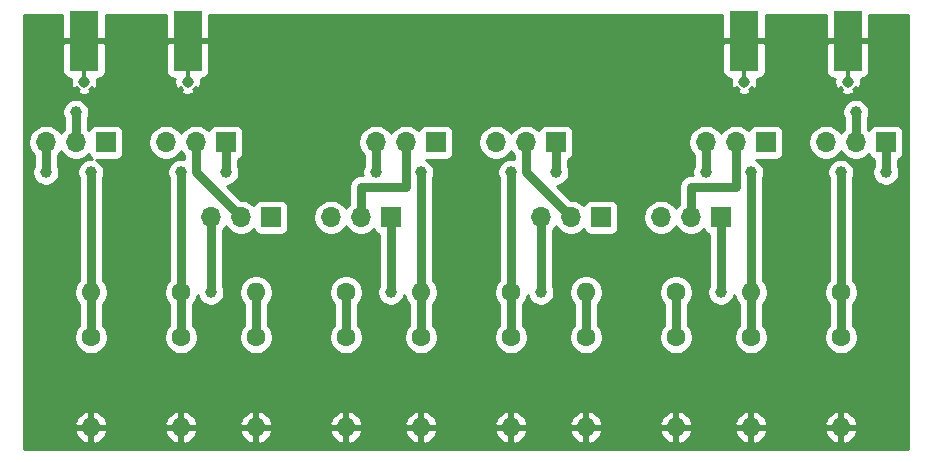
<source format=gbr>
G04 #@! TF.GenerationSoftware,KiCad,Pcbnew,(5.1.5-0)*
G04 #@! TF.CreationDate,2020-04-02T18:54:50-07:00*
G04 #@! TF.ProjectId,Attenuator,41747465-6e75-4617-946f-722e6b696361,rev?*
G04 #@! TF.SameCoordinates,Original*
G04 #@! TF.FileFunction,Copper,L2,Bot*
G04 #@! TF.FilePolarity,Positive*
%FSLAX46Y46*%
G04 Gerber Fmt 4.6, Leading zero omitted, Abs format (unit mm)*
G04 Created by KiCad (PCBNEW (5.1.5-0)) date 2020-04-02 18:54:50*
%MOMM*%
%LPD*%
G04 APERTURE LIST*
%ADD10C,1.600000*%
%ADD11O,1.600000X1.600000*%
%ADD12R,2.420000X5.080000*%
%ADD13C,0.970000*%
%ADD14R,0.460000X0.950000*%
%ADD15R,1.700000X1.700000*%
%ADD16O,1.700000X1.700000*%
%ADD17C,1.000000*%
%ADD18C,0.800000*%
%ADD19C,0.254000*%
G04 APERTURE END LIST*
D10*
X149860000Y-78740000D03*
D11*
X149860000Y-86360000D03*
D12*
X94550000Y-53652000D03*
X85790000Y-53652000D03*
D13*
X94550000Y-57092000D03*
X85790000Y-57092000D03*
D14*
X94550000Y-56642000D03*
X85790000Y-56642000D03*
X141670000Y-56642000D03*
X150430000Y-56642000D03*
D13*
X141670000Y-57092000D03*
X150430000Y-57092000D03*
D12*
X141670000Y-53652000D03*
X150430000Y-53652000D03*
D10*
X86360000Y-78740000D03*
D11*
X86360000Y-86360000D03*
D10*
X93980000Y-74930000D03*
D11*
X86360000Y-74930000D03*
X93980000Y-86360000D03*
D10*
X93980000Y-78740000D03*
D11*
X100330000Y-86360000D03*
D10*
X100330000Y-78740000D03*
D11*
X100330000Y-74930000D03*
D10*
X107950000Y-74930000D03*
X107950000Y-78740000D03*
D11*
X107950000Y-86360000D03*
D10*
X114300000Y-78740000D03*
D11*
X114300000Y-86360000D03*
D10*
X121920000Y-74930000D03*
D11*
X114300000Y-74930000D03*
X121920000Y-86360000D03*
D10*
X121920000Y-78740000D03*
D11*
X128270000Y-86360000D03*
D10*
X128270000Y-78740000D03*
D11*
X128270000Y-74930000D03*
D10*
X135890000Y-74930000D03*
X135890000Y-78740000D03*
D11*
X135890000Y-86360000D03*
D10*
X142240000Y-78740000D03*
D11*
X142240000Y-86360000D03*
X142240000Y-74930000D03*
D10*
X149860000Y-74930000D03*
D15*
X87630000Y-62230000D03*
D16*
X85090000Y-62230000D03*
X82550000Y-62230000D03*
D15*
X97790000Y-62230000D03*
D16*
X95250000Y-62230000D03*
X92710000Y-62230000D03*
X96520000Y-68580000D03*
X99060000Y-68580000D03*
D15*
X101600000Y-68580000D03*
X111760000Y-68580000D03*
D16*
X109220000Y-68580000D03*
X106680000Y-68580000D03*
X110490000Y-62230000D03*
X113030000Y-62230000D03*
D15*
X115570000Y-62230000D03*
X125730000Y-62230000D03*
D16*
X123190000Y-62230000D03*
X120650000Y-62230000D03*
X124460000Y-68580000D03*
X127000000Y-68580000D03*
D15*
X129540000Y-68580000D03*
X139700000Y-68580000D03*
D16*
X137160000Y-68580000D03*
X134620000Y-68580000D03*
X148590000Y-62230000D03*
X151130000Y-62230000D03*
D15*
X153670000Y-62230000D03*
X143510000Y-62230000D03*
D16*
X140970000Y-62230000D03*
X138430000Y-62230000D03*
D17*
X85090000Y-59690000D03*
X93980000Y-64770000D03*
X97790000Y-64770000D03*
X111760000Y-74930000D03*
X125730000Y-64770000D03*
X121920000Y-64770000D03*
X138430000Y-64770000D03*
X142240000Y-64770000D03*
X82550000Y-64770000D03*
X86360000Y-64770000D03*
X96520000Y-74930000D03*
X110490000Y-64770000D03*
X114300000Y-64770000D03*
X124460000Y-74930000D03*
X139700000Y-74930000D03*
X153670000Y-64770000D03*
X149860000Y-64770000D03*
X151130000Y-59690000D03*
D18*
X85090000Y-59690000D02*
X85090000Y-62230000D01*
X93980000Y-74930000D02*
X93980000Y-64770000D01*
X97790000Y-64770000D02*
X97790000Y-62230000D01*
X93980000Y-74930000D02*
X93980000Y-78740000D01*
X113030000Y-62230000D02*
X113030000Y-64770000D01*
X109220000Y-68580000D02*
X109220000Y-66040000D01*
X109220000Y-66040000D02*
X113030000Y-66040000D01*
X113030000Y-66040000D02*
X113030000Y-64770000D01*
X107950000Y-78740000D02*
X107950000Y-74930000D01*
X111760000Y-74930000D02*
X111760000Y-68580000D01*
X125730000Y-62230000D02*
X125730000Y-64770000D01*
X121920000Y-64770000D02*
X121920000Y-74930000D01*
X121920000Y-74930000D02*
X121920000Y-78740000D01*
X138430000Y-62230000D02*
X138430000Y-64770000D01*
X142240000Y-64770000D02*
X142240000Y-74930000D01*
X142240000Y-74930000D02*
X142240000Y-78740000D01*
X140970000Y-63858002D02*
X140970000Y-62230000D01*
X140970000Y-66040000D02*
X140970000Y-63858002D01*
X137160000Y-66040000D02*
X140970000Y-66040000D01*
X137160000Y-68580000D02*
X137160000Y-66040000D01*
X86360000Y-74930000D02*
X86360000Y-78740000D01*
X82550000Y-62230000D02*
X82550000Y-64770000D01*
X86360000Y-64770000D02*
X86360000Y-74930000D01*
X95250000Y-64770000D02*
X99060000Y-68580000D01*
X95250000Y-62230000D02*
X95250000Y-64770000D01*
X96520000Y-68580000D02*
X96520000Y-74930000D01*
X100330000Y-74930000D02*
X100330000Y-78740000D01*
X110490000Y-62230000D02*
X110490000Y-64770000D01*
X114300000Y-64770000D02*
X114300000Y-74930000D01*
X114300000Y-74930000D02*
X114300000Y-78740000D01*
X123190000Y-64770000D02*
X127000000Y-68580000D01*
X123190000Y-62230000D02*
X123190000Y-64770000D01*
X124460000Y-68580000D02*
X124460000Y-74930000D01*
X128270000Y-74930000D02*
X128270000Y-78740000D01*
X139700000Y-68580000D02*
X139700000Y-74930000D01*
X135890000Y-78740000D02*
X135890000Y-74930000D01*
X153670000Y-62230000D02*
X153670000Y-64770000D01*
X149860000Y-64770000D02*
X149860000Y-74930000D01*
X149860000Y-78740000D02*
X149860000Y-74930000D01*
X151130000Y-62230000D02*
X151130000Y-59690000D01*
D19*
G36*
X83945000Y-53366250D02*
G01*
X84103750Y-53525000D01*
X85663000Y-53525000D01*
X85663000Y-53505000D01*
X85917000Y-53505000D01*
X85917000Y-53525000D01*
X87476250Y-53525000D01*
X87635000Y-53366250D01*
X87637598Y-51460000D01*
X92702402Y-51460000D01*
X92705000Y-53366250D01*
X92863750Y-53525000D01*
X94423000Y-53525000D01*
X94423000Y-53505000D01*
X94677000Y-53505000D01*
X94677000Y-53525000D01*
X96236250Y-53525000D01*
X96395000Y-53366250D01*
X96397598Y-51460000D01*
X139822402Y-51460000D01*
X139825000Y-53366250D01*
X139983750Y-53525000D01*
X141543000Y-53525000D01*
X141543000Y-53505000D01*
X141797000Y-53505000D01*
X141797000Y-53525000D01*
X143356250Y-53525000D01*
X143515000Y-53366250D01*
X143517598Y-51460000D01*
X148582402Y-51460000D01*
X148585000Y-53366250D01*
X148743750Y-53525000D01*
X150303000Y-53525000D01*
X150303000Y-53505000D01*
X150557000Y-53505000D01*
X150557000Y-53525000D01*
X152116250Y-53525000D01*
X152275000Y-53366250D01*
X152277598Y-51460000D01*
X155550001Y-51460000D01*
X155550000Y-88240000D01*
X80670000Y-88240000D01*
X80670000Y-86709040D01*
X84968091Y-86709040D01*
X85062930Y-86973881D01*
X85207615Y-87215131D01*
X85396586Y-87423519D01*
X85622580Y-87591037D01*
X85876913Y-87711246D01*
X86010961Y-87751904D01*
X86233000Y-87629915D01*
X86233000Y-86487000D01*
X86487000Y-86487000D01*
X86487000Y-87629915D01*
X86709039Y-87751904D01*
X86843087Y-87711246D01*
X87097420Y-87591037D01*
X87323414Y-87423519D01*
X87512385Y-87215131D01*
X87657070Y-86973881D01*
X87751909Y-86709040D01*
X92588091Y-86709040D01*
X92682930Y-86973881D01*
X92827615Y-87215131D01*
X93016586Y-87423519D01*
X93242580Y-87591037D01*
X93496913Y-87711246D01*
X93630961Y-87751904D01*
X93853000Y-87629915D01*
X93853000Y-86487000D01*
X94107000Y-86487000D01*
X94107000Y-87629915D01*
X94329039Y-87751904D01*
X94463087Y-87711246D01*
X94717420Y-87591037D01*
X94943414Y-87423519D01*
X95132385Y-87215131D01*
X95277070Y-86973881D01*
X95371909Y-86709040D01*
X98938091Y-86709040D01*
X99032930Y-86973881D01*
X99177615Y-87215131D01*
X99366586Y-87423519D01*
X99592580Y-87591037D01*
X99846913Y-87711246D01*
X99980961Y-87751904D01*
X100203000Y-87629915D01*
X100203000Y-86487000D01*
X100457000Y-86487000D01*
X100457000Y-87629915D01*
X100679039Y-87751904D01*
X100813087Y-87711246D01*
X101067420Y-87591037D01*
X101293414Y-87423519D01*
X101482385Y-87215131D01*
X101627070Y-86973881D01*
X101721909Y-86709040D01*
X106558091Y-86709040D01*
X106652930Y-86973881D01*
X106797615Y-87215131D01*
X106986586Y-87423519D01*
X107212580Y-87591037D01*
X107466913Y-87711246D01*
X107600961Y-87751904D01*
X107823000Y-87629915D01*
X107823000Y-86487000D01*
X108077000Y-86487000D01*
X108077000Y-87629915D01*
X108299039Y-87751904D01*
X108433087Y-87711246D01*
X108687420Y-87591037D01*
X108913414Y-87423519D01*
X109102385Y-87215131D01*
X109247070Y-86973881D01*
X109341909Y-86709040D01*
X112908091Y-86709040D01*
X113002930Y-86973881D01*
X113147615Y-87215131D01*
X113336586Y-87423519D01*
X113562580Y-87591037D01*
X113816913Y-87711246D01*
X113950961Y-87751904D01*
X114173000Y-87629915D01*
X114173000Y-86487000D01*
X114427000Y-86487000D01*
X114427000Y-87629915D01*
X114649039Y-87751904D01*
X114783087Y-87711246D01*
X115037420Y-87591037D01*
X115263414Y-87423519D01*
X115452385Y-87215131D01*
X115597070Y-86973881D01*
X115691909Y-86709040D01*
X120528091Y-86709040D01*
X120622930Y-86973881D01*
X120767615Y-87215131D01*
X120956586Y-87423519D01*
X121182580Y-87591037D01*
X121436913Y-87711246D01*
X121570961Y-87751904D01*
X121793000Y-87629915D01*
X121793000Y-86487000D01*
X122047000Y-86487000D01*
X122047000Y-87629915D01*
X122269039Y-87751904D01*
X122403087Y-87711246D01*
X122657420Y-87591037D01*
X122883414Y-87423519D01*
X123072385Y-87215131D01*
X123217070Y-86973881D01*
X123311909Y-86709040D01*
X126878091Y-86709040D01*
X126972930Y-86973881D01*
X127117615Y-87215131D01*
X127306586Y-87423519D01*
X127532580Y-87591037D01*
X127786913Y-87711246D01*
X127920961Y-87751904D01*
X128143000Y-87629915D01*
X128143000Y-86487000D01*
X128397000Y-86487000D01*
X128397000Y-87629915D01*
X128619039Y-87751904D01*
X128753087Y-87711246D01*
X129007420Y-87591037D01*
X129233414Y-87423519D01*
X129422385Y-87215131D01*
X129567070Y-86973881D01*
X129661909Y-86709040D01*
X134498091Y-86709040D01*
X134592930Y-86973881D01*
X134737615Y-87215131D01*
X134926586Y-87423519D01*
X135152580Y-87591037D01*
X135406913Y-87711246D01*
X135540961Y-87751904D01*
X135763000Y-87629915D01*
X135763000Y-86487000D01*
X136017000Y-86487000D01*
X136017000Y-87629915D01*
X136239039Y-87751904D01*
X136373087Y-87711246D01*
X136627420Y-87591037D01*
X136853414Y-87423519D01*
X137042385Y-87215131D01*
X137187070Y-86973881D01*
X137281909Y-86709040D01*
X140848091Y-86709040D01*
X140942930Y-86973881D01*
X141087615Y-87215131D01*
X141276586Y-87423519D01*
X141502580Y-87591037D01*
X141756913Y-87711246D01*
X141890961Y-87751904D01*
X142113000Y-87629915D01*
X142113000Y-86487000D01*
X142367000Y-86487000D01*
X142367000Y-87629915D01*
X142589039Y-87751904D01*
X142723087Y-87711246D01*
X142977420Y-87591037D01*
X143203414Y-87423519D01*
X143392385Y-87215131D01*
X143537070Y-86973881D01*
X143631909Y-86709040D01*
X148468091Y-86709040D01*
X148562930Y-86973881D01*
X148707615Y-87215131D01*
X148896586Y-87423519D01*
X149122580Y-87591037D01*
X149376913Y-87711246D01*
X149510961Y-87751904D01*
X149733000Y-87629915D01*
X149733000Y-86487000D01*
X149987000Y-86487000D01*
X149987000Y-87629915D01*
X150209039Y-87751904D01*
X150343087Y-87711246D01*
X150597420Y-87591037D01*
X150823414Y-87423519D01*
X151012385Y-87215131D01*
X151157070Y-86973881D01*
X151251909Y-86709040D01*
X151130624Y-86487000D01*
X149987000Y-86487000D01*
X149733000Y-86487000D01*
X148589376Y-86487000D01*
X148468091Y-86709040D01*
X143631909Y-86709040D01*
X143510624Y-86487000D01*
X142367000Y-86487000D01*
X142113000Y-86487000D01*
X140969376Y-86487000D01*
X140848091Y-86709040D01*
X137281909Y-86709040D01*
X137160624Y-86487000D01*
X136017000Y-86487000D01*
X135763000Y-86487000D01*
X134619376Y-86487000D01*
X134498091Y-86709040D01*
X129661909Y-86709040D01*
X129540624Y-86487000D01*
X128397000Y-86487000D01*
X128143000Y-86487000D01*
X126999376Y-86487000D01*
X126878091Y-86709040D01*
X123311909Y-86709040D01*
X123190624Y-86487000D01*
X122047000Y-86487000D01*
X121793000Y-86487000D01*
X120649376Y-86487000D01*
X120528091Y-86709040D01*
X115691909Y-86709040D01*
X115570624Y-86487000D01*
X114427000Y-86487000D01*
X114173000Y-86487000D01*
X113029376Y-86487000D01*
X112908091Y-86709040D01*
X109341909Y-86709040D01*
X109220624Y-86487000D01*
X108077000Y-86487000D01*
X107823000Y-86487000D01*
X106679376Y-86487000D01*
X106558091Y-86709040D01*
X101721909Y-86709040D01*
X101600624Y-86487000D01*
X100457000Y-86487000D01*
X100203000Y-86487000D01*
X99059376Y-86487000D01*
X98938091Y-86709040D01*
X95371909Y-86709040D01*
X95250624Y-86487000D01*
X94107000Y-86487000D01*
X93853000Y-86487000D01*
X92709376Y-86487000D01*
X92588091Y-86709040D01*
X87751909Y-86709040D01*
X87630624Y-86487000D01*
X86487000Y-86487000D01*
X86233000Y-86487000D01*
X85089376Y-86487000D01*
X84968091Y-86709040D01*
X80670000Y-86709040D01*
X80670000Y-86010960D01*
X84968091Y-86010960D01*
X85089376Y-86233000D01*
X86233000Y-86233000D01*
X86233000Y-85090085D01*
X86487000Y-85090085D01*
X86487000Y-86233000D01*
X87630624Y-86233000D01*
X87751909Y-86010960D01*
X92588091Y-86010960D01*
X92709376Y-86233000D01*
X93853000Y-86233000D01*
X93853000Y-85090085D01*
X94107000Y-85090085D01*
X94107000Y-86233000D01*
X95250624Y-86233000D01*
X95371909Y-86010960D01*
X98938091Y-86010960D01*
X99059376Y-86233000D01*
X100203000Y-86233000D01*
X100203000Y-85090085D01*
X100457000Y-85090085D01*
X100457000Y-86233000D01*
X101600624Y-86233000D01*
X101721909Y-86010960D01*
X106558091Y-86010960D01*
X106679376Y-86233000D01*
X107823000Y-86233000D01*
X107823000Y-85090085D01*
X108077000Y-85090085D01*
X108077000Y-86233000D01*
X109220624Y-86233000D01*
X109341909Y-86010960D01*
X112908091Y-86010960D01*
X113029376Y-86233000D01*
X114173000Y-86233000D01*
X114173000Y-85090085D01*
X114427000Y-85090085D01*
X114427000Y-86233000D01*
X115570624Y-86233000D01*
X115691909Y-86010960D01*
X120528091Y-86010960D01*
X120649376Y-86233000D01*
X121793000Y-86233000D01*
X121793000Y-85090085D01*
X122047000Y-85090085D01*
X122047000Y-86233000D01*
X123190624Y-86233000D01*
X123311909Y-86010960D01*
X126878091Y-86010960D01*
X126999376Y-86233000D01*
X128143000Y-86233000D01*
X128143000Y-85090085D01*
X128397000Y-85090085D01*
X128397000Y-86233000D01*
X129540624Y-86233000D01*
X129661909Y-86010960D01*
X134498091Y-86010960D01*
X134619376Y-86233000D01*
X135763000Y-86233000D01*
X135763000Y-85090085D01*
X136017000Y-85090085D01*
X136017000Y-86233000D01*
X137160624Y-86233000D01*
X137281909Y-86010960D01*
X140848091Y-86010960D01*
X140969376Y-86233000D01*
X142113000Y-86233000D01*
X142113000Y-85090085D01*
X142367000Y-85090085D01*
X142367000Y-86233000D01*
X143510624Y-86233000D01*
X143631909Y-86010960D01*
X148468091Y-86010960D01*
X148589376Y-86233000D01*
X149733000Y-86233000D01*
X149733000Y-85090085D01*
X149987000Y-85090085D01*
X149987000Y-86233000D01*
X151130624Y-86233000D01*
X151251909Y-86010960D01*
X151157070Y-85746119D01*
X151012385Y-85504869D01*
X150823414Y-85296481D01*
X150597420Y-85128963D01*
X150343087Y-85008754D01*
X150209039Y-84968096D01*
X149987000Y-85090085D01*
X149733000Y-85090085D01*
X149510961Y-84968096D01*
X149376913Y-85008754D01*
X149122580Y-85128963D01*
X148896586Y-85296481D01*
X148707615Y-85504869D01*
X148562930Y-85746119D01*
X148468091Y-86010960D01*
X143631909Y-86010960D01*
X143537070Y-85746119D01*
X143392385Y-85504869D01*
X143203414Y-85296481D01*
X142977420Y-85128963D01*
X142723087Y-85008754D01*
X142589039Y-84968096D01*
X142367000Y-85090085D01*
X142113000Y-85090085D01*
X141890961Y-84968096D01*
X141756913Y-85008754D01*
X141502580Y-85128963D01*
X141276586Y-85296481D01*
X141087615Y-85504869D01*
X140942930Y-85746119D01*
X140848091Y-86010960D01*
X137281909Y-86010960D01*
X137187070Y-85746119D01*
X137042385Y-85504869D01*
X136853414Y-85296481D01*
X136627420Y-85128963D01*
X136373087Y-85008754D01*
X136239039Y-84968096D01*
X136017000Y-85090085D01*
X135763000Y-85090085D01*
X135540961Y-84968096D01*
X135406913Y-85008754D01*
X135152580Y-85128963D01*
X134926586Y-85296481D01*
X134737615Y-85504869D01*
X134592930Y-85746119D01*
X134498091Y-86010960D01*
X129661909Y-86010960D01*
X129567070Y-85746119D01*
X129422385Y-85504869D01*
X129233414Y-85296481D01*
X129007420Y-85128963D01*
X128753087Y-85008754D01*
X128619039Y-84968096D01*
X128397000Y-85090085D01*
X128143000Y-85090085D01*
X127920961Y-84968096D01*
X127786913Y-85008754D01*
X127532580Y-85128963D01*
X127306586Y-85296481D01*
X127117615Y-85504869D01*
X126972930Y-85746119D01*
X126878091Y-86010960D01*
X123311909Y-86010960D01*
X123217070Y-85746119D01*
X123072385Y-85504869D01*
X122883414Y-85296481D01*
X122657420Y-85128963D01*
X122403087Y-85008754D01*
X122269039Y-84968096D01*
X122047000Y-85090085D01*
X121793000Y-85090085D01*
X121570961Y-84968096D01*
X121436913Y-85008754D01*
X121182580Y-85128963D01*
X120956586Y-85296481D01*
X120767615Y-85504869D01*
X120622930Y-85746119D01*
X120528091Y-86010960D01*
X115691909Y-86010960D01*
X115597070Y-85746119D01*
X115452385Y-85504869D01*
X115263414Y-85296481D01*
X115037420Y-85128963D01*
X114783087Y-85008754D01*
X114649039Y-84968096D01*
X114427000Y-85090085D01*
X114173000Y-85090085D01*
X113950961Y-84968096D01*
X113816913Y-85008754D01*
X113562580Y-85128963D01*
X113336586Y-85296481D01*
X113147615Y-85504869D01*
X113002930Y-85746119D01*
X112908091Y-86010960D01*
X109341909Y-86010960D01*
X109247070Y-85746119D01*
X109102385Y-85504869D01*
X108913414Y-85296481D01*
X108687420Y-85128963D01*
X108433087Y-85008754D01*
X108299039Y-84968096D01*
X108077000Y-85090085D01*
X107823000Y-85090085D01*
X107600961Y-84968096D01*
X107466913Y-85008754D01*
X107212580Y-85128963D01*
X106986586Y-85296481D01*
X106797615Y-85504869D01*
X106652930Y-85746119D01*
X106558091Y-86010960D01*
X101721909Y-86010960D01*
X101627070Y-85746119D01*
X101482385Y-85504869D01*
X101293414Y-85296481D01*
X101067420Y-85128963D01*
X100813087Y-85008754D01*
X100679039Y-84968096D01*
X100457000Y-85090085D01*
X100203000Y-85090085D01*
X99980961Y-84968096D01*
X99846913Y-85008754D01*
X99592580Y-85128963D01*
X99366586Y-85296481D01*
X99177615Y-85504869D01*
X99032930Y-85746119D01*
X98938091Y-86010960D01*
X95371909Y-86010960D01*
X95277070Y-85746119D01*
X95132385Y-85504869D01*
X94943414Y-85296481D01*
X94717420Y-85128963D01*
X94463087Y-85008754D01*
X94329039Y-84968096D01*
X94107000Y-85090085D01*
X93853000Y-85090085D01*
X93630961Y-84968096D01*
X93496913Y-85008754D01*
X93242580Y-85128963D01*
X93016586Y-85296481D01*
X92827615Y-85504869D01*
X92682930Y-85746119D01*
X92588091Y-86010960D01*
X87751909Y-86010960D01*
X87657070Y-85746119D01*
X87512385Y-85504869D01*
X87323414Y-85296481D01*
X87097420Y-85128963D01*
X86843087Y-85008754D01*
X86709039Y-84968096D01*
X86487000Y-85090085D01*
X86233000Y-85090085D01*
X86010961Y-84968096D01*
X85876913Y-85008754D01*
X85622580Y-85128963D01*
X85396586Y-85296481D01*
X85207615Y-85504869D01*
X85062930Y-85746119D01*
X84968091Y-86010960D01*
X80670000Y-86010960D01*
X80670000Y-62083740D01*
X81065000Y-62083740D01*
X81065000Y-62376260D01*
X81122068Y-62663158D01*
X81234010Y-62933411D01*
X81396525Y-63176632D01*
X81515000Y-63295107D01*
X81515001Y-64302811D01*
X81458617Y-64438933D01*
X81415000Y-64658212D01*
X81415000Y-64881788D01*
X81458617Y-65101067D01*
X81544176Y-65307624D01*
X81668388Y-65493520D01*
X81826480Y-65651612D01*
X82012376Y-65775824D01*
X82218933Y-65861383D01*
X82438212Y-65905000D01*
X82661788Y-65905000D01*
X82881067Y-65861383D01*
X83087624Y-65775824D01*
X83273520Y-65651612D01*
X83431612Y-65493520D01*
X83555824Y-65307624D01*
X83641383Y-65101067D01*
X83685000Y-64881788D01*
X83685000Y-64658212D01*
X83641383Y-64438933D01*
X83585000Y-64302813D01*
X83585000Y-63295107D01*
X83703475Y-63176632D01*
X83820000Y-63002240D01*
X83936525Y-63176632D01*
X84143368Y-63383475D01*
X84386589Y-63545990D01*
X84656842Y-63657932D01*
X84943740Y-63715000D01*
X85236260Y-63715000D01*
X85523158Y-63657932D01*
X85793411Y-63545990D01*
X86036632Y-63383475D01*
X86168487Y-63251620D01*
X86190498Y-63324180D01*
X86249463Y-63434494D01*
X86328815Y-63531185D01*
X86425506Y-63610537D01*
X86471272Y-63635000D01*
X86248212Y-63635000D01*
X86028933Y-63678617D01*
X85822376Y-63764176D01*
X85636480Y-63888388D01*
X85478388Y-64046480D01*
X85354176Y-64232376D01*
X85268617Y-64438933D01*
X85225000Y-64658212D01*
X85225000Y-64881788D01*
X85268617Y-65101067D01*
X85325000Y-65237187D01*
X85325001Y-73935603D01*
X85245363Y-74015241D01*
X85088320Y-74250273D01*
X84980147Y-74511426D01*
X84925000Y-74788665D01*
X84925000Y-75071335D01*
X84980147Y-75348574D01*
X85088320Y-75609727D01*
X85245363Y-75844759D01*
X85325000Y-75924396D01*
X85325001Y-77745603D01*
X85245363Y-77825241D01*
X85088320Y-78060273D01*
X84980147Y-78321426D01*
X84925000Y-78598665D01*
X84925000Y-78881335D01*
X84980147Y-79158574D01*
X85088320Y-79419727D01*
X85245363Y-79654759D01*
X85445241Y-79854637D01*
X85680273Y-80011680D01*
X85941426Y-80119853D01*
X86218665Y-80175000D01*
X86501335Y-80175000D01*
X86778574Y-80119853D01*
X87039727Y-80011680D01*
X87274759Y-79854637D01*
X87474637Y-79654759D01*
X87631680Y-79419727D01*
X87739853Y-79158574D01*
X87795000Y-78881335D01*
X87795000Y-78598665D01*
X87739853Y-78321426D01*
X87631680Y-78060273D01*
X87474637Y-77825241D01*
X87395000Y-77745604D01*
X87395000Y-75924396D01*
X87474637Y-75844759D01*
X87631680Y-75609727D01*
X87739853Y-75348574D01*
X87795000Y-75071335D01*
X87795000Y-74788665D01*
X87739853Y-74511426D01*
X87631680Y-74250273D01*
X87474637Y-74015241D01*
X87395000Y-73935604D01*
X87395000Y-65237187D01*
X87451383Y-65101067D01*
X87495000Y-64881788D01*
X87495000Y-64658212D01*
X87451383Y-64438933D01*
X87365824Y-64232376D01*
X87241612Y-64046480D01*
X87083520Y-63888388D01*
X86897624Y-63764176D01*
X86786319Y-63718072D01*
X88480000Y-63718072D01*
X88604482Y-63705812D01*
X88724180Y-63669502D01*
X88834494Y-63610537D01*
X88931185Y-63531185D01*
X89010537Y-63434494D01*
X89069502Y-63324180D01*
X89105812Y-63204482D01*
X89118072Y-63080000D01*
X89118072Y-62083740D01*
X91225000Y-62083740D01*
X91225000Y-62376260D01*
X91282068Y-62663158D01*
X91394010Y-62933411D01*
X91556525Y-63176632D01*
X91763368Y-63383475D01*
X92006589Y-63545990D01*
X92276842Y-63657932D01*
X92563740Y-63715000D01*
X92856260Y-63715000D01*
X93143158Y-63657932D01*
X93413411Y-63545990D01*
X93656632Y-63383475D01*
X93863475Y-63176632D01*
X93980000Y-63002240D01*
X94096525Y-63176632D01*
X94215000Y-63295107D01*
X94215001Y-63659508D01*
X94091788Y-63635000D01*
X93868212Y-63635000D01*
X93648933Y-63678617D01*
X93442376Y-63764176D01*
X93256480Y-63888388D01*
X93098388Y-64046480D01*
X92974176Y-64232376D01*
X92888617Y-64438933D01*
X92845000Y-64658212D01*
X92845000Y-64881788D01*
X92888617Y-65101067D01*
X92945001Y-65237189D01*
X92945000Y-73935604D01*
X92865363Y-74015241D01*
X92708320Y-74250273D01*
X92600147Y-74511426D01*
X92545000Y-74788665D01*
X92545000Y-75071335D01*
X92600147Y-75348574D01*
X92708320Y-75609727D01*
X92865363Y-75844759D01*
X92945000Y-75924396D01*
X92945001Y-77745603D01*
X92865363Y-77825241D01*
X92708320Y-78060273D01*
X92600147Y-78321426D01*
X92545000Y-78598665D01*
X92545000Y-78881335D01*
X92600147Y-79158574D01*
X92708320Y-79419727D01*
X92865363Y-79654759D01*
X93065241Y-79854637D01*
X93300273Y-80011680D01*
X93561426Y-80119853D01*
X93838665Y-80175000D01*
X94121335Y-80175000D01*
X94398574Y-80119853D01*
X94659727Y-80011680D01*
X94894759Y-79854637D01*
X95094637Y-79654759D01*
X95251680Y-79419727D01*
X95359853Y-79158574D01*
X95415000Y-78881335D01*
X95415000Y-78598665D01*
X95359853Y-78321426D01*
X95251680Y-78060273D01*
X95094637Y-77825241D01*
X95015000Y-77745604D01*
X95015000Y-75924396D01*
X95094637Y-75844759D01*
X95251680Y-75609727D01*
X95359853Y-75348574D01*
X95402938Y-75131972D01*
X95428617Y-75261067D01*
X95514176Y-75467624D01*
X95638388Y-75653520D01*
X95796480Y-75811612D01*
X95982376Y-75935824D01*
X96188933Y-76021383D01*
X96408212Y-76065000D01*
X96631788Y-76065000D01*
X96851067Y-76021383D01*
X97057624Y-75935824D01*
X97243520Y-75811612D01*
X97401612Y-75653520D01*
X97525824Y-75467624D01*
X97611383Y-75261067D01*
X97655000Y-75041788D01*
X97655000Y-74818212D01*
X97649123Y-74788665D01*
X98895000Y-74788665D01*
X98895000Y-75071335D01*
X98950147Y-75348574D01*
X99058320Y-75609727D01*
X99215363Y-75844759D01*
X99295000Y-75924396D01*
X99295001Y-77745603D01*
X99215363Y-77825241D01*
X99058320Y-78060273D01*
X98950147Y-78321426D01*
X98895000Y-78598665D01*
X98895000Y-78881335D01*
X98950147Y-79158574D01*
X99058320Y-79419727D01*
X99215363Y-79654759D01*
X99415241Y-79854637D01*
X99650273Y-80011680D01*
X99911426Y-80119853D01*
X100188665Y-80175000D01*
X100471335Y-80175000D01*
X100748574Y-80119853D01*
X101009727Y-80011680D01*
X101244759Y-79854637D01*
X101444637Y-79654759D01*
X101601680Y-79419727D01*
X101709853Y-79158574D01*
X101765000Y-78881335D01*
X101765000Y-78598665D01*
X101709853Y-78321426D01*
X101601680Y-78060273D01*
X101444637Y-77825241D01*
X101365000Y-77745604D01*
X101365000Y-75924396D01*
X101444637Y-75844759D01*
X101601680Y-75609727D01*
X101709853Y-75348574D01*
X101765000Y-75071335D01*
X101765000Y-74788665D01*
X106515000Y-74788665D01*
X106515000Y-75071335D01*
X106570147Y-75348574D01*
X106678320Y-75609727D01*
X106835363Y-75844759D01*
X106915001Y-75924397D01*
X106915000Y-77745604D01*
X106835363Y-77825241D01*
X106678320Y-78060273D01*
X106570147Y-78321426D01*
X106515000Y-78598665D01*
X106515000Y-78881335D01*
X106570147Y-79158574D01*
X106678320Y-79419727D01*
X106835363Y-79654759D01*
X107035241Y-79854637D01*
X107270273Y-80011680D01*
X107531426Y-80119853D01*
X107808665Y-80175000D01*
X108091335Y-80175000D01*
X108368574Y-80119853D01*
X108629727Y-80011680D01*
X108864759Y-79854637D01*
X109064637Y-79654759D01*
X109221680Y-79419727D01*
X109329853Y-79158574D01*
X109385000Y-78881335D01*
X109385000Y-78598665D01*
X109329853Y-78321426D01*
X109221680Y-78060273D01*
X109064637Y-77825241D01*
X108985000Y-77745604D01*
X108985000Y-75924396D01*
X109064637Y-75844759D01*
X109221680Y-75609727D01*
X109329853Y-75348574D01*
X109385000Y-75071335D01*
X109385000Y-74788665D01*
X109329853Y-74511426D01*
X109221680Y-74250273D01*
X109064637Y-74015241D01*
X108864759Y-73815363D01*
X108629727Y-73658320D01*
X108368574Y-73550147D01*
X108091335Y-73495000D01*
X107808665Y-73495000D01*
X107531426Y-73550147D01*
X107270273Y-73658320D01*
X107035241Y-73815363D01*
X106835363Y-74015241D01*
X106678320Y-74250273D01*
X106570147Y-74511426D01*
X106515000Y-74788665D01*
X101765000Y-74788665D01*
X101709853Y-74511426D01*
X101601680Y-74250273D01*
X101444637Y-74015241D01*
X101244759Y-73815363D01*
X101009727Y-73658320D01*
X100748574Y-73550147D01*
X100471335Y-73495000D01*
X100188665Y-73495000D01*
X99911426Y-73550147D01*
X99650273Y-73658320D01*
X99415241Y-73815363D01*
X99215363Y-74015241D01*
X99058320Y-74250273D01*
X98950147Y-74511426D01*
X98895000Y-74788665D01*
X97649123Y-74788665D01*
X97611383Y-74598933D01*
X97555000Y-74462813D01*
X97555000Y-69645107D01*
X97673475Y-69526632D01*
X97790000Y-69352240D01*
X97906525Y-69526632D01*
X98113368Y-69733475D01*
X98356589Y-69895990D01*
X98626842Y-70007932D01*
X98913740Y-70065000D01*
X99206260Y-70065000D01*
X99493158Y-70007932D01*
X99763411Y-69895990D01*
X100006632Y-69733475D01*
X100138487Y-69601620D01*
X100160498Y-69674180D01*
X100219463Y-69784494D01*
X100298815Y-69881185D01*
X100395506Y-69960537D01*
X100505820Y-70019502D01*
X100625518Y-70055812D01*
X100750000Y-70068072D01*
X102450000Y-70068072D01*
X102574482Y-70055812D01*
X102694180Y-70019502D01*
X102804494Y-69960537D01*
X102901185Y-69881185D01*
X102980537Y-69784494D01*
X103039502Y-69674180D01*
X103075812Y-69554482D01*
X103088072Y-69430000D01*
X103088072Y-68433740D01*
X105195000Y-68433740D01*
X105195000Y-68726260D01*
X105252068Y-69013158D01*
X105364010Y-69283411D01*
X105526525Y-69526632D01*
X105733368Y-69733475D01*
X105976589Y-69895990D01*
X106246842Y-70007932D01*
X106533740Y-70065000D01*
X106826260Y-70065000D01*
X107113158Y-70007932D01*
X107383411Y-69895990D01*
X107626632Y-69733475D01*
X107833475Y-69526632D01*
X107950000Y-69352240D01*
X108066525Y-69526632D01*
X108273368Y-69733475D01*
X108516589Y-69895990D01*
X108786842Y-70007932D01*
X109073740Y-70065000D01*
X109366260Y-70065000D01*
X109653158Y-70007932D01*
X109923411Y-69895990D01*
X110166632Y-69733475D01*
X110298487Y-69601620D01*
X110320498Y-69674180D01*
X110379463Y-69784494D01*
X110458815Y-69881185D01*
X110555506Y-69960537D01*
X110665820Y-70019502D01*
X110725001Y-70037454D01*
X110725000Y-74462813D01*
X110668617Y-74598933D01*
X110625000Y-74818212D01*
X110625000Y-75041788D01*
X110668617Y-75261067D01*
X110754176Y-75467624D01*
X110878388Y-75653520D01*
X111036480Y-75811612D01*
X111222376Y-75935824D01*
X111428933Y-76021383D01*
X111648212Y-76065000D01*
X111871788Y-76065000D01*
X112091067Y-76021383D01*
X112297624Y-75935824D01*
X112483520Y-75811612D01*
X112641612Y-75653520D01*
X112765824Y-75467624D01*
X112851383Y-75261067D01*
X112877062Y-75131972D01*
X112920147Y-75348574D01*
X113028320Y-75609727D01*
X113185363Y-75844759D01*
X113265000Y-75924396D01*
X113265001Y-77745603D01*
X113185363Y-77825241D01*
X113028320Y-78060273D01*
X112920147Y-78321426D01*
X112865000Y-78598665D01*
X112865000Y-78881335D01*
X112920147Y-79158574D01*
X113028320Y-79419727D01*
X113185363Y-79654759D01*
X113385241Y-79854637D01*
X113620273Y-80011680D01*
X113881426Y-80119853D01*
X114158665Y-80175000D01*
X114441335Y-80175000D01*
X114718574Y-80119853D01*
X114979727Y-80011680D01*
X115214759Y-79854637D01*
X115414637Y-79654759D01*
X115571680Y-79419727D01*
X115679853Y-79158574D01*
X115735000Y-78881335D01*
X115735000Y-78598665D01*
X115679853Y-78321426D01*
X115571680Y-78060273D01*
X115414637Y-77825241D01*
X115335000Y-77745604D01*
X115335000Y-75924396D01*
X115414637Y-75844759D01*
X115571680Y-75609727D01*
X115679853Y-75348574D01*
X115735000Y-75071335D01*
X115735000Y-74788665D01*
X115679853Y-74511426D01*
X115571680Y-74250273D01*
X115414637Y-74015241D01*
X115335000Y-73935604D01*
X115335000Y-65237187D01*
X115391383Y-65101067D01*
X115435000Y-64881788D01*
X115435000Y-64658212D01*
X115391383Y-64438933D01*
X115305824Y-64232376D01*
X115181612Y-64046480D01*
X115023520Y-63888388D01*
X114837624Y-63764176D01*
X114726319Y-63718072D01*
X116420000Y-63718072D01*
X116544482Y-63705812D01*
X116664180Y-63669502D01*
X116774494Y-63610537D01*
X116871185Y-63531185D01*
X116950537Y-63434494D01*
X117009502Y-63324180D01*
X117045812Y-63204482D01*
X117058072Y-63080000D01*
X117058072Y-62083740D01*
X119165000Y-62083740D01*
X119165000Y-62376260D01*
X119222068Y-62663158D01*
X119334010Y-62933411D01*
X119496525Y-63176632D01*
X119703368Y-63383475D01*
X119946589Y-63545990D01*
X120216842Y-63657932D01*
X120503740Y-63715000D01*
X120796260Y-63715000D01*
X121083158Y-63657932D01*
X121353411Y-63545990D01*
X121596632Y-63383475D01*
X121803475Y-63176632D01*
X121920000Y-63002240D01*
X122036525Y-63176632D01*
X122155000Y-63295107D01*
X122155001Y-63659508D01*
X122031788Y-63635000D01*
X121808212Y-63635000D01*
X121588933Y-63678617D01*
X121382376Y-63764176D01*
X121196480Y-63888388D01*
X121038388Y-64046480D01*
X120914176Y-64232376D01*
X120828617Y-64438933D01*
X120785000Y-64658212D01*
X120785000Y-64881788D01*
X120828617Y-65101067D01*
X120885000Y-65237187D01*
X120885001Y-73935603D01*
X120805363Y-74015241D01*
X120648320Y-74250273D01*
X120540147Y-74511426D01*
X120485000Y-74788665D01*
X120485000Y-75071335D01*
X120540147Y-75348574D01*
X120648320Y-75609727D01*
X120805363Y-75844759D01*
X120885000Y-75924396D01*
X120885001Y-77745603D01*
X120805363Y-77825241D01*
X120648320Y-78060273D01*
X120540147Y-78321426D01*
X120485000Y-78598665D01*
X120485000Y-78881335D01*
X120540147Y-79158574D01*
X120648320Y-79419727D01*
X120805363Y-79654759D01*
X121005241Y-79854637D01*
X121240273Y-80011680D01*
X121501426Y-80119853D01*
X121778665Y-80175000D01*
X122061335Y-80175000D01*
X122338574Y-80119853D01*
X122599727Y-80011680D01*
X122834759Y-79854637D01*
X123034637Y-79654759D01*
X123191680Y-79419727D01*
X123299853Y-79158574D01*
X123355000Y-78881335D01*
X123355000Y-78598665D01*
X123299853Y-78321426D01*
X123191680Y-78060273D01*
X123034637Y-77825241D01*
X122955000Y-77745604D01*
X122955000Y-75924396D01*
X123034637Y-75844759D01*
X123191680Y-75609727D01*
X123299853Y-75348574D01*
X123342938Y-75131972D01*
X123368617Y-75261067D01*
X123454176Y-75467624D01*
X123578388Y-75653520D01*
X123736480Y-75811612D01*
X123922376Y-75935824D01*
X124128933Y-76021383D01*
X124348212Y-76065000D01*
X124571788Y-76065000D01*
X124791067Y-76021383D01*
X124997624Y-75935824D01*
X125183520Y-75811612D01*
X125341612Y-75653520D01*
X125465824Y-75467624D01*
X125551383Y-75261067D01*
X125595000Y-75041788D01*
X125595000Y-74818212D01*
X125589123Y-74788665D01*
X126835000Y-74788665D01*
X126835000Y-75071335D01*
X126890147Y-75348574D01*
X126998320Y-75609727D01*
X127155363Y-75844759D01*
X127235000Y-75924396D01*
X127235001Y-77745603D01*
X127155363Y-77825241D01*
X126998320Y-78060273D01*
X126890147Y-78321426D01*
X126835000Y-78598665D01*
X126835000Y-78881335D01*
X126890147Y-79158574D01*
X126998320Y-79419727D01*
X127155363Y-79654759D01*
X127355241Y-79854637D01*
X127590273Y-80011680D01*
X127851426Y-80119853D01*
X128128665Y-80175000D01*
X128411335Y-80175000D01*
X128688574Y-80119853D01*
X128949727Y-80011680D01*
X129184759Y-79854637D01*
X129384637Y-79654759D01*
X129541680Y-79419727D01*
X129649853Y-79158574D01*
X129705000Y-78881335D01*
X129705000Y-78598665D01*
X129649853Y-78321426D01*
X129541680Y-78060273D01*
X129384637Y-77825241D01*
X129305000Y-77745604D01*
X129305000Y-75924396D01*
X129384637Y-75844759D01*
X129541680Y-75609727D01*
X129649853Y-75348574D01*
X129705000Y-75071335D01*
X129705000Y-74788665D01*
X134455000Y-74788665D01*
X134455000Y-75071335D01*
X134510147Y-75348574D01*
X134618320Y-75609727D01*
X134775363Y-75844759D01*
X134855001Y-75924397D01*
X134855000Y-77745604D01*
X134775363Y-77825241D01*
X134618320Y-78060273D01*
X134510147Y-78321426D01*
X134455000Y-78598665D01*
X134455000Y-78881335D01*
X134510147Y-79158574D01*
X134618320Y-79419727D01*
X134775363Y-79654759D01*
X134975241Y-79854637D01*
X135210273Y-80011680D01*
X135471426Y-80119853D01*
X135748665Y-80175000D01*
X136031335Y-80175000D01*
X136308574Y-80119853D01*
X136569727Y-80011680D01*
X136804759Y-79854637D01*
X137004637Y-79654759D01*
X137161680Y-79419727D01*
X137269853Y-79158574D01*
X137325000Y-78881335D01*
X137325000Y-78598665D01*
X137269853Y-78321426D01*
X137161680Y-78060273D01*
X137004637Y-77825241D01*
X136925000Y-77745604D01*
X136925000Y-75924396D01*
X137004637Y-75844759D01*
X137161680Y-75609727D01*
X137269853Y-75348574D01*
X137325000Y-75071335D01*
X137325000Y-74788665D01*
X137269853Y-74511426D01*
X137161680Y-74250273D01*
X137004637Y-74015241D01*
X136804759Y-73815363D01*
X136569727Y-73658320D01*
X136308574Y-73550147D01*
X136031335Y-73495000D01*
X135748665Y-73495000D01*
X135471426Y-73550147D01*
X135210273Y-73658320D01*
X134975241Y-73815363D01*
X134775363Y-74015241D01*
X134618320Y-74250273D01*
X134510147Y-74511426D01*
X134455000Y-74788665D01*
X129705000Y-74788665D01*
X129649853Y-74511426D01*
X129541680Y-74250273D01*
X129384637Y-74015241D01*
X129184759Y-73815363D01*
X128949727Y-73658320D01*
X128688574Y-73550147D01*
X128411335Y-73495000D01*
X128128665Y-73495000D01*
X127851426Y-73550147D01*
X127590273Y-73658320D01*
X127355241Y-73815363D01*
X127155363Y-74015241D01*
X126998320Y-74250273D01*
X126890147Y-74511426D01*
X126835000Y-74788665D01*
X125589123Y-74788665D01*
X125551383Y-74598933D01*
X125495000Y-74462813D01*
X125495000Y-69645107D01*
X125613475Y-69526632D01*
X125730000Y-69352240D01*
X125846525Y-69526632D01*
X126053368Y-69733475D01*
X126296589Y-69895990D01*
X126566842Y-70007932D01*
X126853740Y-70065000D01*
X127146260Y-70065000D01*
X127433158Y-70007932D01*
X127703411Y-69895990D01*
X127946632Y-69733475D01*
X128078487Y-69601620D01*
X128100498Y-69674180D01*
X128159463Y-69784494D01*
X128238815Y-69881185D01*
X128335506Y-69960537D01*
X128445820Y-70019502D01*
X128565518Y-70055812D01*
X128690000Y-70068072D01*
X130390000Y-70068072D01*
X130514482Y-70055812D01*
X130634180Y-70019502D01*
X130744494Y-69960537D01*
X130841185Y-69881185D01*
X130920537Y-69784494D01*
X130979502Y-69674180D01*
X131015812Y-69554482D01*
X131028072Y-69430000D01*
X131028072Y-68433740D01*
X133135000Y-68433740D01*
X133135000Y-68726260D01*
X133192068Y-69013158D01*
X133304010Y-69283411D01*
X133466525Y-69526632D01*
X133673368Y-69733475D01*
X133916589Y-69895990D01*
X134186842Y-70007932D01*
X134473740Y-70065000D01*
X134766260Y-70065000D01*
X135053158Y-70007932D01*
X135323411Y-69895990D01*
X135566632Y-69733475D01*
X135773475Y-69526632D01*
X135890000Y-69352240D01*
X136006525Y-69526632D01*
X136213368Y-69733475D01*
X136456589Y-69895990D01*
X136726842Y-70007932D01*
X137013740Y-70065000D01*
X137306260Y-70065000D01*
X137593158Y-70007932D01*
X137863411Y-69895990D01*
X138106632Y-69733475D01*
X138238487Y-69601620D01*
X138260498Y-69674180D01*
X138319463Y-69784494D01*
X138398815Y-69881185D01*
X138495506Y-69960537D01*
X138605820Y-70019502D01*
X138665000Y-70037454D01*
X138665001Y-74462811D01*
X138608617Y-74598933D01*
X138565000Y-74818212D01*
X138565000Y-75041788D01*
X138608617Y-75261067D01*
X138694176Y-75467624D01*
X138818388Y-75653520D01*
X138976480Y-75811612D01*
X139162376Y-75935824D01*
X139368933Y-76021383D01*
X139588212Y-76065000D01*
X139811788Y-76065000D01*
X140031067Y-76021383D01*
X140237624Y-75935824D01*
X140423520Y-75811612D01*
X140581612Y-75653520D01*
X140705824Y-75467624D01*
X140791383Y-75261067D01*
X140817062Y-75131972D01*
X140860147Y-75348574D01*
X140968320Y-75609727D01*
X141125363Y-75844759D01*
X141205000Y-75924396D01*
X141205001Y-77745603D01*
X141125363Y-77825241D01*
X140968320Y-78060273D01*
X140860147Y-78321426D01*
X140805000Y-78598665D01*
X140805000Y-78881335D01*
X140860147Y-79158574D01*
X140968320Y-79419727D01*
X141125363Y-79654759D01*
X141325241Y-79854637D01*
X141560273Y-80011680D01*
X141821426Y-80119853D01*
X142098665Y-80175000D01*
X142381335Y-80175000D01*
X142658574Y-80119853D01*
X142919727Y-80011680D01*
X143154759Y-79854637D01*
X143354637Y-79654759D01*
X143511680Y-79419727D01*
X143619853Y-79158574D01*
X143675000Y-78881335D01*
X143675000Y-78598665D01*
X143619853Y-78321426D01*
X143511680Y-78060273D01*
X143354637Y-77825241D01*
X143275000Y-77745604D01*
X143275000Y-75924396D01*
X143354637Y-75844759D01*
X143511680Y-75609727D01*
X143619853Y-75348574D01*
X143675000Y-75071335D01*
X143675000Y-74788665D01*
X148425000Y-74788665D01*
X148425000Y-75071335D01*
X148480147Y-75348574D01*
X148588320Y-75609727D01*
X148745363Y-75844759D01*
X148825001Y-75924397D01*
X148825000Y-77745604D01*
X148745363Y-77825241D01*
X148588320Y-78060273D01*
X148480147Y-78321426D01*
X148425000Y-78598665D01*
X148425000Y-78881335D01*
X148480147Y-79158574D01*
X148588320Y-79419727D01*
X148745363Y-79654759D01*
X148945241Y-79854637D01*
X149180273Y-80011680D01*
X149441426Y-80119853D01*
X149718665Y-80175000D01*
X150001335Y-80175000D01*
X150278574Y-80119853D01*
X150539727Y-80011680D01*
X150774759Y-79854637D01*
X150974637Y-79654759D01*
X151131680Y-79419727D01*
X151239853Y-79158574D01*
X151295000Y-78881335D01*
X151295000Y-78598665D01*
X151239853Y-78321426D01*
X151131680Y-78060273D01*
X150974637Y-77825241D01*
X150895000Y-77745604D01*
X150895000Y-75924396D01*
X150974637Y-75844759D01*
X151131680Y-75609727D01*
X151239853Y-75348574D01*
X151295000Y-75071335D01*
X151295000Y-74788665D01*
X151239853Y-74511426D01*
X151131680Y-74250273D01*
X150974637Y-74015241D01*
X150895000Y-73935604D01*
X150895000Y-65237187D01*
X150951383Y-65101067D01*
X150995000Y-64881788D01*
X150995000Y-64658212D01*
X150951383Y-64438933D01*
X150865824Y-64232376D01*
X150741612Y-64046480D01*
X150583520Y-63888388D01*
X150397624Y-63764176D01*
X150191067Y-63678617D01*
X149971788Y-63635000D01*
X149748212Y-63635000D01*
X149528933Y-63678617D01*
X149322376Y-63764176D01*
X149136480Y-63888388D01*
X148978388Y-64046480D01*
X148854176Y-64232376D01*
X148768617Y-64438933D01*
X148725000Y-64658212D01*
X148725000Y-64881788D01*
X148768617Y-65101067D01*
X148825000Y-65237187D01*
X148825001Y-73935603D01*
X148745363Y-74015241D01*
X148588320Y-74250273D01*
X148480147Y-74511426D01*
X148425000Y-74788665D01*
X143675000Y-74788665D01*
X143619853Y-74511426D01*
X143511680Y-74250273D01*
X143354637Y-74015241D01*
X143275000Y-73935604D01*
X143275000Y-65237187D01*
X143331383Y-65101067D01*
X143375000Y-64881788D01*
X143375000Y-64658212D01*
X143331383Y-64438933D01*
X143245824Y-64232376D01*
X143121612Y-64046480D01*
X142963520Y-63888388D01*
X142777624Y-63764176D01*
X142666319Y-63718072D01*
X144360000Y-63718072D01*
X144484482Y-63705812D01*
X144604180Y-63669502D01*
X144714494Y-63610537D01*
X144811185Y-63531185D01*
X144890537Y-63434494D01*
X144949502Y-63324180D01*
X144985812Y-63204482D01*
X144998072Y-63080000D01*
X144998072Y-62083740D01*
X147105000Y-62083740D01*
X147105000Y-62376260D01*
X147162068Y-62663158D01*
X147274010Y-62933411D01*
X147436525Y-63176632D01*
X147643368Y-63383475D01*
X147886589Y-63545990D01*
X148156842Y-63657932D01*
X148443740Y-63715000D01*
X148736260Y-63715000D01*
X149023158Y-63657932D01*
X149293411Y-63545990D01*
X149536632Y-63383475D01*
X149743475Y-63176632D01*
X149860000Y-63002240D01*
X149976525Y-63176632D01*
X150183368Y-63383475D01*
X150426589Y-63545990D01*
X150696842Y-63657932D01*
X150983740Y-63715000D01*
X151276260Y-63715000D01*
X151563158Y-63657932D01*
X151833411Y-63545990D01*
X152076632Y-63383475D01*
X152208487Y-63251620D01*
X152230498Y-63324180D01*
X152289463Y-63434494D01*
X152368815Y-63531185D01*
X152465506Y-63610537D01*
X152575820Y-63669502D01*
X152635001Y-63687454D01*
X152635001Y-64302811D01*
X152578617Y-64438933D01*
X152535000Y-64658212D01*
X152535000Y-64881788D01*
X152578617Y-65101067D01*
X152664176Y-65307624D01*
X152788388Y-65493520D01*
X152946480Y-65651612D01*
X153132376Y-65775824D01*
X153338933Y-65861383D01*
X153558212Y-65905000D01*
X153781788Y-65905000D01*
X154001067Y-65861383D01*
X154207624Y-65775824D01*
X154393520Y-65651612D01*
X154551612Y-65493520D01*
X154675824Y-65307624D01*
X154761383Y-65101067D01*
X154805000Y-64881788D01*
X154805000Y-64658212D01*
X154761383Y-64438933D01*
X154705000Y-64302813D01*
X154705000Y-63687454D01*
X154764180Y-63669502D01*
X154874494Y-63610537D01*
X154971185Y-63531185D01*
X155050537Y-63434494D01*
X155109502Y-63324180D01*
X155145812Y-63204482D01*
X155158072Y-63080000D01*
X155158072Y-61380000D01*
X155145812Y-61255518D01*
X155109502Y-61135820D01*
X155050537Y-61025506D01*
X154971185Y-60928815D01*
X154874494Y-60849463D01*
X154764180Y-60790498D01*
X154644482Y-60754188D01*
X154520000Y-60741928D01*
X152820000Y-60741928D01*
X152695518Y-60754188D01*
X152575820Y-60790498D01*
X152465506Y-60849463D01*
X152368815Y-60928815D01*
X152289463Y-61025506D01*
X152230498Y-61135820D01*
X152208487Y-61208380D01*
X152165000Y-61164893D01*
X152165000Y-60157187D01*
X152221383Y-60021067D01*
X152265000Y-59801788D01*
X152265000Y-59578212D01*
X152221383Y-59358933D01*
X152135824Y-59152376D01*
X152011612Y-58966480D01*
X151853520Y-58808388D01*
X151667624Y-58684176D01*
X151461067Y-58598617D01*
X151241788Y-58555000D01*
X151018212Y-58555000D01*
X150798933Y-58598617D01*
X150592376Y-58684176D01*
X150406480Y-58808388D01*
X150248388Y-58966480D01*
X150124176Y-59152376D01*
X150038617Y-59358933D01*
X149995000Y-59578212D01*
X149995000Y-59801788D01*
X150038617Y-60021067D01*
X150095001Y-60157189D01*
X150095000Y-61164893D01*
X149976525Y-61283368D01*
X149860000Y-61457760D01*
X149743475Y-61283368D01*
X149536632Y-61076525D01*
X149293411Y-60914010D01*
X149023158Y-60802068D01*
X148736260Y-60745000D01*
X148443740Y-60745000D01*
X148156842Y-60802068D01*
X147886589Y-60914010D01*
X147643368Y-61076525D01*
X147436525Y-61283368D01*
X147274010Y-61526589D01*
X147162068Y-61796842D01*
X147105000Y-62083740D01*
X144998072Y-62083740D01*
X144998072Y-61380000D01*
X144985812Y-61255518D01*
X144949502Y-61135820D01*
X144890537Y-61025506D01*
X144811185Y-60928815D01*
X144714494Y-60849463D01*
X144604180Y-60790498D01*
X144484482Y-60754188D01*
X144360000Y-60741928D01*
X142660000Y-60741928D01*
X142535518Y-60754188D01*
X142415820Y-60790498D01*
X142305506Y-60849463D01*
X142208815Y-60928815D01*
X142129463Y-61025506D01*
X142070498Y-61135820D01*
X142048487Y-61208380D01*
X141916632Y-61076525D01*
X141673411Y-60914010D01*
X141403158Y-60802068D01*
X141116260Y-60745000D01*
X140823740Y-60745000D01*
X140536842Y-60802068D01*
X140266589Y-60914010D01*
X140023368Y-61076525D01*
X139816525Y-61283368D01*
X139700000Y-61457760D01*
X139583475Y-61283368D01*
X139376632Y-61076525D01*
X139133411Y-60914010D01*
X138863158Y-60802068D01*
X138576260Y-60745000D01*
X138283740Y-60745000D01*
X137996842Y-60802068D01*
X137726589Y-60914010D01*
X137483368Y-61076525D01*
X137276525Y-61283368D01*
X137114010Y-61526589D01*
X137002068Y-61796842D01*
X136945000Y-62083740D01*
X136945000Y-62376260D01*
X137002068Y-62663158D01*
X137114010Y-62933411D01*
X137276525Y-63176632D01*
X137395000Y-63295107D01*
X137395001Y-64302811D01*
X137338617Y-64438933D01*
X137295000Y-64658212D01*
X137295000Y-64881788D01*
X137319508Y-65005000D01*
X137210838Y-65005000D01*
X137160000Y-64999993D01*
X137109162Y-65005000D01*
X136957105Y-65019976D01*
X136762007Y-65079159D01*
X136582203Y-65175266D01*
X136424604Y-65304604D01*
X136295266Y-65462203D01*
X136199159Y-65642007D01*
X136139976Y-65837105D01*
X136119993Y-66040000D01*
X136125001Y-66090848D01*
X136125000Y-67514893D01*
X136006525Y-67633368D01*
X135890000Y-67807760D01*
X135773475Y-67633368D01*
X135566632Y-67426525D01*
X135323411Y-67264010D01*
X135053158Y-67152068D01*
X134766260Y-67095000D01*
X134473740Y-67095000D01*
X134186842Y-67152068D01*
X133916589Y-67264010D01*
X133673368Y-67426525D01*
X133466525Y-67633368D01*
X133304010Y-67876589D01*
X133192068Y-68146842D01*
X133135000Y-68433740D01*
X131028072Y-68433740D01*
X131028072Y-67730000D01*
X131015812Y-67605518D01*
X130979502Y-67485820D01*
X130920537Y-67375506D01*
X130841185Y-67278815D01*
X130744494Y-67199463D01*
X130634180Y-67140498D01*
X130514482Y-67104188D01*
X130390000Y-67091928D01*
X128690000Y-67091928D01*
X128565518Y-67104188D01*
X128445820Y-67140498D01*
X128335506Y-67199463D01*
X128238815Y-67278815D01*
X128159463Y-67375506D01*
X128100498Y-67485820D01*
X128078487Y-67558380D01*
X127946632Y-67426525D01*
X127703411Y-67264010D01*
X127433158Y-67152068D01*
X127146260Y-67095000D01*
X126978711Y-67095000D01*
X125788710Y-65905000D01*
X125841788Y-65905000D01*
X126061067Y-65861383D01*
X126267624Y-65775824D01*
X126453520Y-65651612D01*
X126611612Y-65493520D01*
X126735824Y-65307624D01*
X126821383Y-65101067D01*
X126865000Y-64881788D01*
X126865000Y-64658212D01*
X126821383Y-64438933D01*
X126765000Y-64302813D01*
X126765000Y-63687454D01*
X126824180Y-63669502D01*
X126934494Y-63610537D01*
X127031185Y-63531185D01*
X127110537Y-63434494D01*
X127169502Y-63324180D01*
X127205812Y-63204482D01*
X127218072Y-63080000D01*
X127218072Y-61380000D01*
X127205812Y-61255518D01*
X127169502Y-61135820D01*
X127110537Y-61025506D01*
X127031185Y-60928815D01*
X126934494Y-60849463D01*
X126824180Y-60790498D01*
X126704482Y-60754188D01*
X126580000Y-60741928D01*
X124880000Y-60741928D01*
X124755518Y-60754188D01*
X124635820Y-60790498D01*
X124525506Y-60849463D01*
X124428815Y-60928815D01*
X124349463Y-61025506D01*
X124290498Y-61135820D01*
X124268487Y-61208380D01*
X124136632Y-61076525D01*
X123893411Y-60914010D01*
X123623158Y-60802068D01*
X123336260Y-60745000D01*
X123043740Y-60745000D01*
X122756842Y-60802068D01*
X122486589Y-60914010D01*
X122243368Y-61076525D01*
X122036525Y-61283368D01*
X121920000Y-61457760D01*
X121803475Y-61283368D01*
X121596632Y-61076525D01*
X121353411Y-60914010D01*
X121083158Y-60802068D01*
X120796260Y-60745000D01*
X120503740Y-60745000D01*
X120216842Y-60802068D01*
X119946589Y-60914010D01*
X119703368Y-61076525D01*
X119496525Y-61283368D01*
X119334010Y-61526589D01*
X119222068Y-61796842D01*
X119165000Y-62083740D01*
X117058072Y-62083740D01*
X117058072Y-61380000D01*
X117045812Y-61255518D01*
X117009502Y-61135820D01*
X116950537Y-61025506D01*
X116871185Y-60928815D01*
X116774494Y-60849463D01*
X116664180Y-60790498D01*
X116544482Y-60754188D01*
X116420000Y-60741928D01*
X114720000Y-60741928D01*
X114595518Y-60754188D01*
X114475820Y-60790498D01*
X114365506Y-60849463D01*
X114268815Y-60928815D01*
X114189463Y-61025506D01*
X114130498Y-61135820D01*
X114108487Y-61208380D01*
X113976632Y-61076525D01*
X113733411Y-60914010D01*
X113463158Y-60802068D01*
X113176260Y-60745000D01*
X112883740Y-60745000D01*
X112596842Y-60802068D01*
X112326589Y-60914010D01*
X112083368Y-61076525D01*
X111876525Y-61283368D01*
X111760000Y-61457760D01*
X111643475Y-61283368D01*
X111436632Y-61076525D01*
X111193411Y-60914010D01*
X110923158Y-60802068D01*
X110636260Y-60745000D01*
X110343740Y-60745000D01*
X110056842Y-60802068D01*
X109786589Y-60914010D01*
X109543368Y-61076525D01*
X109336525Y-61283368D01*
X109174010Y-61526589D01*
X109062068Y-61796842D01*
X109005000Y-62083740D01*
X109005000Y-62376260D01*
X109062068Y-62663158D01*
X109174010Y-62933411D01*
X109336525Y-63176632D01*
X109455000Y-63295107D01*
X109455001Y-64302811D01*
X109398617Y-64438933D01*
X109355000Y-64658212D01*
X109355000Y-64881788D01*
X109379508Y-65005000D01*
X109270838Y-65005000D01*
X109220000Y-64999993D01*
X109169162Y-65005000D01*
X109017105Y-65019976D01*
X108822007Y-65079159D01*
X108642203Y-65175266D01*
X108484604Y-65304604D01*
X108355266Y-65462203D01*
X108259159Y-65642007D01*
X108199976Y-65837105D01*
X108179993Y-66040000D01*
X108185001Y-66090848D01*
X108185000Y-67514893D01*
X108066525Y-67633368D01*
X107950000Y-67807760D01*
X107833475Y-67633368D01*
X107626632Y-67426525D01*
X107383411Y-67264010D01*
X107113158Y-67152068D01*
X106826260Y-67095000D01*
X106533740Y-67095000D01*
X106246842Y-67152068D01*
X105976589Y-67264010D01*
X105733368Y-67426525D01*
X105526525Y-67633368D01*
X105364010Y-67876589D01*
X105252068Y-68146842D01*
X105195000Y-68433740D01*
X103088072Y-68433740D01*
X103088072Y-67730000D01*
X103075812Y-67605518D01*
X103039502Y-67485820D01*
X102980537Y-67375506D01*
X102901185Y-67278815D01*
X102804494Y-67199463D01*
X102694180Y-67140498D01*
X102574482Y-67104188D01*
X102450000Y-67091928D01*
X100750000Y-67091928D01*
X100625518Y-67104188D01*
X100505820Y-67140498D01*
X100395506Y-67199463D01*
X100298815Y-67278815D01*
X100219463Y-67375506D01*
X100160498Y-67485820D01*
X100138487Y-67558380D01*
X100006632Y-67426525D01*
X99763411Y-67264010D01*
X99493158Y-67152068D01*
X99206260Y-67095000D01*
X99038711Y-67095000D01*
X97848710Y-65905000D01*
X97901788Y-65905000D01*
X98121067Y-65861383D01*
X98327624Y-65775824D01*
X98513520Y-65651612D01*
X98671612Y-65493520D01*
X98795824Y-65307624D01*
X98881383Y-65101067D01*
X98925000Y-64881788D01*
X98925000Y-64658212D01*
X98881383Y-64438933D01*
X98825000Y-64302813D01*
X98825000Y-63687454D01*
X98884180Y-63669502D01*
X98994494Y-63610537D01*
X99091185Y-63531185D01*
X99170537Y-63434494D01*
X99229502Y-63324180D01*
X99265812Y-63204482D01*
X99278072Y-63080000D01*
X99278072Y-61380000D01*
X99265812Y-61255518D01*
X99229502Y-61135820D01*
X99170537Y-61025506D01*
X99091185Y-60928815D01*
X98994494Y-60849463D01*
X98884180Y-60790498D01*
X98764482Y-60754188D01*
X98640000Y-60741928D01*
X96940000Y-60741928D01*
X96815518Y-60754188D01*
X96695820Y-60790498D01*
X96585506Y-60849463D01*
X96488815Y-60928815D01*
X96409463Y-61025506D01*
X96350498Y-61135820D01*
X96328487Y-61208380D01*
X96196632Y-61076525D01*
X95953411Y-60914010D01*
X95683158Y-60802068D01*
X95396260Y-60745000D01*
X95103740Y-60745000D01*
X94816842Y-60802068D01*
X94546589Y-60914010D01*
X94303368Y-61076525D01*
X94096525Y-61283368D01*
X93980000Y-61457760D01*
X93863475Y-61283368D01*
X93656632Y-61076525D01*
X93413411Y-60914010D01*
X93143158Y-60802068D01*
X92856260Y-60745000D01*
X92563740Y-60745000D01*
X92276842Y-60802068D01*
X92006589Y-60914010D01*
X91763368Y-61076525D01*
X91556525Y-61283368D01*
X91394010Y-61526589D01*
X91282068Y-61796842D01*
X91225000Y-62083740D01*
X89118072Y-62083740D01*
X89118072Y-61380000D01*
X89105812Y-61255518D01*
X89069502Y-61135820D01*
X89010537Y-61025506D01*
X88931185Y-60928815D01*
X88834494Y-60849463D01*
X88724180Y-60790498D01*
X88604482Y-60754188D01*
X88480000Y-60741928D01*
X86780000Y-60741928D01*
X86655518Y-60754188D01*
X86535820Y-60790498D01*
X86425506Y-60849463D01*
X86328815Y-60928815D01*
X86249463Y-61025506D01*
X86190498Y-61135820D01*
X86168487Y-61208380D01*
X86125000Y-61164893D01*
X86125000Y-60157187D01*
X86181383Y-60021067D01*
X86225000Y-59801788D01*
X86225000Y-59578212D01*
X86181383Y-59358933D01*
X86095824Y-59152376D01*
X85971612Y-58966480D01*
X85813520Y-58808388D01*
X85627624Y-58684176D01*
X85421067Y-58598617D01*
X85201788Y-58555000D01*
X84978212Y-58555000D01*
X84758933Y-58598617D01*
X84552376Y-58684176D01*
X84366480Y-58808388D01*
X84208388Y-58966480D01*
X84084176Y-59152376D01*
X83998617Y-59358933D01*
X83955000Y-59578212D01*
X83955000Y-59801788D01*
X83998617Y-60021067D01*
X84055000Y-60157188D01*
X84055001Y-61164892D01*
X83936525Y-61283368D01*
X83820000Y-61457760D01*
X83703475Y-61283368D01*
X83496632Y-61076525D01*
X83253411Y-60914010D01*
X82983158Y-60802068D01*
X82696260Y-60745000D01*
X82403740Y-60745000D01*
X82116842Y-60802068D01*
X81846589Y-60914010D01*
X81603368Y-61076525D01*
X81396525Y-61283368D01*
X81234010Y-61526589D01*
X81122068Y-61796842D01*
X81065000Y-62083740D01*
X80670000Y-62083740D01*
X80670000Y-56192000D01*
X83941928Y-56192000D01*
X83954188Y-56316482D01*
X83990498Y-56436180D01*
X84049463Y-56546494D01*
X84128815Y-56643185D01*
X84225506Y-56722537D01*
X84335820Y-56781502D01*
X84455518Y-56817812D01*
X84580000Y-56830072D01*
X84701014Y-56829670D01*
X84673019Y-56954445D01*
X84667645Y-57175001D01*
X84705404Y-57392367D01*
X84784842Y-57598189D01*
X84810684Y-57646534D01*
X85022584Y-57679811D01*
X85123305Y-57579090D01*
X85194952Y-57640331D01*
X85304063Y-57701493D01*
X85346353Y-57715252D01*
X85202189Y-57859416D01*
X85235466Y-58071316D01*
X85437176Y-58160683D01*
X85652445Y-58208981D01*
X85873001Y-58214355D01*
X86090367Y-58176596D01*
X86296189Y-58097158D01*
X86344534Y-58071316D01*
X86377811Y-57859416D01*
X86233647Y-57715252D01*
X86275937Y-57701493D01*
X86385048Y-57640331D01*
X86456695Y-57579090D01*
X86557416Y-57679811D01*
X86769316Y-57646534D01*
X86858683Y-57444824D01*
X86906981Y-57229555D01*
X86912355Y-57008999D01*
X86881205Y-56829677D01*
X87000000Y-56830072D01*
X87124482Y-56817812D01*
X87244180Y-56781502D01*
X87354494Y-56722537D01*
X87451185Y-56643185D01*
X87530537Y-56546494D01*
X87589502Y-56436180D01*
X87625812Y-56316482D01*
X87638072Y-56192000D01*
X92701928Y-56192000D01*
X92714188Y-56316482D01*
X92750498Y-56436180D01*
X92809463Y-56546494D01*
X92888815Y-56643185D01*
X92985506Y-56722537D01*
X93095820Y-56781502D01*
X93215518Y-56817812D01*
X93340000Y-56830072D01*
X93461014Y-56829670D01*
X93433019Y-56954445D01*
X93427645Y-57175001D01*
X93465404Y-57392367D01*
X93544842Y-57598189D01*
X93570684Y-57646534D01*
X93782584Y-57679811D01*
X93883305Y-57579090D01*
X93954952Y-57640331D01*
X94064063Y-57701493D01*
X94106353Y-57715252D01*
X93962189Y-57859416D01*
X93995466Y-58071316D01*
X94197176Y-58160683D01*
X94412445Y-58208981D01*
X94633001Y-58214355D01*
X94850367Y-58176596D01*
X95056189Y-58097158D01*
X95104534Y-58071316D01*
X95137811Y-57859416D01*
X94993647Y-57715252D01*
X95035937Y-57701493D01*
X95145048Y-57640331D01*
X95216695Y-57579090D01*
X95317416Y-57679811D01*
X95529316Y-57646534D01*
X95618683Y-57444824D01*
X95666981Y-57229555D01*
X95672355Y-57008999D01*
X95641205Y-56829677D01*
X95760000Y-56830072D01*
X95884482Y-56817812D01*
X96004180Y-56781502D01*
X96114494Y-56722537D01*
X96211185Y-56643185D01*
X96290537Y-56546494D01*
X96349502Y-56436180D01*
X96385812Y-56316482D01*
X96398072Y-56192000D01*
X139821928Y-56192000D01*
X139834188Y-56316482D01*
X139870498Y-56436180D01*
X139929463Y-56546494D01*
X140008815Y-56643185D01*
X140105506Y-56722537D01*
X140215820Y-56781502D01*
X140335518Y-56817812D01*
X140460000Y-56830072D01*
X140581014Y-56829670D01*
X140553019Y-56954445D01*
X140547645Y-57175001D01*
X140585404Y-57392367D01*
X140664842Y-57598189D01*
X140690684Y-57646534D01*
X140902584Y-57679811D01*
X141003305Y-57579090D01*
X141074952Y-57640331D01*
X141184063Y-57701493D01*
X141226353Y-57715252D01*
X141082189Y-57859416D01*
X141115466Y-58071316D01*
X141317176Y-58160683D01*
X141532445Y-58208981D01*
X141753001Y-58214355D01*
X141970367Y-58176596D01*
X142176189Y-58097158D01*
X142224534Y-58071316D01*
X142257811Y-57859416D01*
X142113647Y-57715252D01*
X142155937Y-57701493D01*
X142265048Y-57640331D01*
X142336695Y-57579090D01*
X142437416Y-57679811D01*
X142649316Y-57646534D01*
X142738683Y-57444824D01*
X142786981Y-57229555D01*
X142792355Y-57008999D01*
X142761205Y-56829677D01*
X142880000Y-56830072D01*
X143004482Y-56817812D01*
X143124180Y-56781502D01*
X143234494Y-56722537D01*
X143331185Y-56643185D01*
X143410537Y-56546494D01*
X143469502Y-56436180D01*
X143505812Y-56316482D01*
X143518072Y-56192000D01*
X148581928Y-56192000D01*
X148594188Y-56316482D01*
X148630498Y-56436180D01*
X148689463Y-56546494D01*
X148768815Y-56643185D01*
X148865506Y-56722537D01*
X148975820Y-56781502D01*
X149095518Y-56817812D01*
X149220000Y-56830072D01*
X149341014Y-56829670D01*
X149313019Y-56954445D01*
X149307645Y-57175001D01*
X149345404Y-57392367D01*
X149424842Y-57598189D01*
X149450684Y-57646534D01*
X149662584Y-57679811D01*
X149763305Y-57579090D01*
X149834952Y-57640331D01*
X149944063Y-57701493D01*
X149986353Y-57715252D01*
X149842189Y-57859416D01*
X149875466Y-58071316D01*
X150077176Y-58160683D01*
X150292445Y-58208981D01*
X150513001Y-58214355D01*
X150730367Y-58176596D01*
X150936189Y-58097158D01*
X150984534Y-58071316D01*
X151017811Y-57859416D01*
X150873647Y-57715252D01*
X150915937Y-57701493D01*
X151025048Y-57640331D01*
X151096695Y-57579090D01*
X151197416Y-57679811D01*
X151409316Y-57646534D01*
X151498683Y-57444824D01*
X151546981Y-57229555D01*
X151552355Y-57008999D01*
X151521205Y-56829677D01*
X151640000Y-56830072D01*
X151764482Y-56817812D01*
X151884180Y-56781502D01*
X151994494Y-56722537D01*
X152091185Y-56643185D01*
X152170537Y-56546494D01*
X152229502Y-56436180D01*
X152265812Y-56316482D01*
X152278072Y-56192000D01*
X152275000Y-53937750D01*
X152116250Y-53779000D01*
X150557000Y-53779000D01*
X150557000Y-53799000D01*
X150303000Y-53799000D01*
X150303000Y-53779000D01*
X148743750Y-53779000D01*
X148585000Y-53937750D01*
X148581928Y-56192000D01*
X143518072Y-56192000D01*
X143515000Y-53937750D01*
X143356250Y-53779000D01*
X141797000Y-53779000D01*
X141797000Y-53799000D01*
X141543000Y-53799000D01*
X141543000Y-53779000D01*
X139983750Y-53779000D01*
X139825000Y-53937750D01*
X139821928Y-56192000D01*
X96398072Y-56192000D01*
X96395000Y-53937750D01*
X96236250Y-53779000D01*
X94677000Y-53779000D01*
X94677000Y-53799000D01*
X94423000Y-53799000D01*
X94423000Y-53779000D01*
X92863750Y-53779000D01*
X92705000Y-53937750D01*
X92701928Y-56192000D01*
X87638072Y-56192000D01*
X87635000Y-53937750D01*
X87476250Y-53779000D01*
X85917000Y-53779000D01*
X85917000Y-53799000D01*
X85663000Y-53799000D01*
X85663000Y-53779000D01*
X84103750Y-53779000D01*
X83945000Y-53937750D01*
X83941928Y-56192000D01*
X80670000Y-56192000D01*
X80670000Y-51460000D01*
X83942402Y-51460000D01*
X83945000Y-53366250D01*
G37*
X83945000Y-53366250D02*
X84103750Y-53525000D01*
X85663000Y-53525000D01*
X85663000Y-53505000D01*
X85917000Y-53505000D01*
X85917000Y-53525000D01*
X87476250Y-53525000D01*
X87635000Y-53366250D01*
X87637598Y-51460000D01*
X92702402Y-51460000D01*
X92705000Y-53366250D01*
X92863750Y-53525000D01*
X94423000Y-53525000D01*
X94423000Y-53505000D01*
X94677000Y-53505000D01*
X94677000Y-53525000D01*
X96236250Y-53525000D01*
X96395000Y-53366250D01*
X96397598Y-51460000D01*
X139822402Y-51460000D01*
X139825000Y-53366250D01*
X139983750Y-53525000D01*
X141543000Y-53525000D01*
X141543000Y-53505000D01*
X141797000Y-53505000D01*
X141797000Y-53525000D01*
X143356250Y-53525000D01*
X143515000Y-53366250D01*
X143517598Y-51460000D01*
X148582402Y-51460000D01*
X148585000Y-53366250D01*
X148743750Y-53525000D01*
X150303000Y-53525000D01*
X150303000Y-53505000D01*
X150557000Y-53505000D01*
X150557000Y-53525000D01*
X152116250Y-53525000D01*
X152275000Y-53366250D01*
X152277598Y-51460000D01*
X155550001Y-51460000D01*
X155550000Y-88240000D01*
X80670000Y-88240000D01*
X80670000Y-86709040D01*
X84968091Y-86709040D01*
X85062930Y-86973881D01*
X85207615Y-87215131D01*
X85396586Y-87423519D01*
X85622580Y-87591037D01*
X85876913Y-87711246D01*
X86010961Y-87751904D01*
X86233000Y-87629915D01*
X86233000Y-86487000D01*
X86487000Y-86487000D01*
X86487000Y-87629915D01*
X86709039Y-87751904D01*
X86843087Y-87711246D01*
X87097420Y-87591037D01*
X87323414Y-87423519D01*
X87512385Y-87215131D01*
X87657070Y-86973881D01*
X87751909Y-86709040D01*
X92588091Y-86709040D01*
X92682930Y-86973881D01*
X92827615Y-87215131D01*
X93016586Y-87423519D01*
X93242580Y-87591037D01*
X93496913Y-87711246D01*
X93630961Y-87751904D01*
X93853000Y-87629915D01*
X93853000Y-86487000D01*
X94107000Y-86487000D01*
X94107000Y-87629915D01*
X94329039Y-87751904D01*
X94463087Y-87711246D01*
X94717420Y-87591037D01*
X94943414Y-87423519D01*
X95132385Y-87215131D01*
X95277070Y-86973881D01*
X95371909Y-86709040D01*
X98938091Y-86709040D01*
X99032930Y-86973881D01*
X99177615Y-87215131D01*
X99366586Y-87423519D01*
X99592580Y-87591037D01*
X99846913Y-87711246D01*
X99980961Y-87751904D01*
X100203000Y-87629915D01*
X100203000Y-86487000D01*
X100457000Y-86487000D01*
X100457000Y-87629915D01*
X100679039Y-87751904D01*
X100813087Y-87711246D01*
X101067420Y-87591037D01*
X101293414Y-87423519D01*
X101482385Y-87215131D01*
X101627070Y-86973881D01*
X101721909Y-86709040D01*
X106558091Y-86709040D01*
X106652930Y-86973881D01*
X106797615Y-87215131D01*
X106986586Y-87423519D01*
X107212580Y-87591037D01*
X107466913Y-87711246D01*
X107600961Y-87751904D01*
X107823000Y-87629915D01*
X107823000Y-86487000D01*
X108077000Y-86487000D01*
X108077000Y-87629915D01*
X108299039Y-87751904D01*
X108433087Y-87711246D01*
X108687420Y-87591037D01*
X108913414Y-87423519D01*
X109102385Y-87215131D01*
X109247070Y-86973881D01*
X109341909Y-86709040D01*
X112908091Y-86709040D01*
X113002930Y-86973881D01*
X113147615Y-87215131D01*
X113336586Y-87423519D01*
X113562580Y-87591037D01*
X113816913Y-87711246D01*
X113950961Y-87751904D01*
X114173000Y-87629915D01*
X114173000Y-86487000D01*
X114427000Y-86487000D01*
X114427000Y-87629915D01*
X114649039Y-87751904D01*
X114783087Y-87711246D01*
X115037420Y-87591037D01*
X115263414Y-87423519D01*
X115452385Y-87215131D01*
X115597070Y-86973881D01*
X115691909Y-86709040D01*
X120528091Y-86709040D01*
X120622930Y-86973881D01*
X120767615Y-87215131D01*
X120956586Y-87423519D01*
X121182580Y-87591037D01*
X121436913Y-87711246D01*
X121570961Y-87751904D01*
X121793000Y-87629915D01*
X121793000Y-86487000D01*
X122047000Y-86487000D01*
X122047000Y-87629915D01*
X122269039Y-87751904D01*
X122403087Y-87711246D01*
X122657420Y-87591037D01*
X122883414Y-87423519D01*
X123072385Y-87215131D01*
X123217070Y-86973881D01*
X123311909Y-86709040D01*
X126878091Y-86709040D01*
X126972930Y-86973881D01*
X127117615Y-87215131D01*
X127306586Y-87423519D01*
X127532580Y-87591037D01*
X127786913Y-87711246D01*
X127920961Y-87751904D01*
X128143000Y-87629915D01*
X128143000Y-86487000D01*
X128397000Y-86487000D01*
X128397000Y-87629915D01*
X128619039Y-87751904D01*
X128753087Y-87711246D01*
X129007420Y-87591037D01*
X129233414Y-87423519D01*
X129422385Y-87215131D01*
X129567070Y-86973881D01*
X129661909Y-86709040D01*
X134498091Y-86709040D01*
X134592930Y-86973881D01*
X134737615Y-87215131D01*
X134926586Y-87423519D01*
X135152580Y-87591037D01*
X135406913Y-87711246D01*
X135540961Y-87751904D01*
X135763000Y-87629915D01*
X135763000Y-86487000D01*
X136017000Y-86487000D01*
X136017000Y-87629915D01*
X136239039Y-87751904D01*
X136373087Y-87711246D01*
X136627420Y-87591037D01*
X136853414Y-87423519D01*
X137042385Y-87215131D01*
X137187070Y-86973881D01*
X137281909Y-86709040D01*
X140848091Y-86709040D01*
X140942930Y-86973881D01*
X141087615Y-87215131D01*
X141276586Y-87423519D01*
X141502580Y-87591037D01*
X141756913Y-87711246D01*
X141890961Y-87751904D01*
X142113000Y-87629915D01*
X142113000Y-86487000D01*
X142367000Y-86487000D01*
X142367000Y-87629915D01*
X142589039Y-87751904D01*
X142723087Y-87711246D01*
X142977420Y-87591037D01*
X143203414Y-87423519D01*
X143392385Y-87215131D01*
X143537070Y-86973881D01*
X143631909Y-86709040D01*
X148468091Y-86709040D01*
X148562930Y-86973881D01*
X148707615Y-87215131D01*
X148896586Y-87423519D01*
X149122580Y-87591037D01*
X149376913Y-87711246D01*
X149510961Y-87751904D01*
X149733000Y-87629915D01*
X149733000Y-86487000D01*
X149987000Y-86487000D01*
X149987000Y-87629915D01*
X150209039Y-87751904D01*
X150343087Y-87711246D01*
X150597420Y-87591037D01*
X150823414Y-87423519D01*
X151012385Y-87215131D01*
X151157070Y-86973881D01*
X151251909Y-86709040D01*
X151130624Y-86487000D01*
X149987000Y-86487000D01*
X149733000Y-86487000D01*
X148589376Y-86487000D01*
X148468091Y-86709040D01*
X143631909Y-86709040D01*
X143510624Y-86487000D01*
X142367000Y-86487000D01*
X142113000Y-86487000D01*
X140969376Y-86487000D01*
X140848091Y-86709040D01*
X137281909Y-86709040D01*
X137160624Y-86487000D01*
X136017000Y-86487000D01*
X135763000Y-86487000D01*
X134619376Y-86487000D01*
X134498091Y-86709040D01*
X129661909Y-86709040D01*
X129540624Y-86487000D01*
X128397000Y-86487000D01*
X128143000Y-86487000D01*
X126999376Y-86487000D01*
X126878091Y-86709040D01*
X123311909Y-86709040D01*
X123190624Y-86487000D01*
X122047000Y-86487000D01*
X121793000Y-86487000D01*
X120649376Y-86487000D01*
X120528091Y-86709040D01*
X115691909Y-86709040D01*
X115570624Y-86487000D01*
X114427000Y-86487000D01*
X114173000Y-86487000D01*
X113029376Y-86487000D01*
X112908091Y-86709040D01*
X109341909Y-86709040D01*
X109220624Y-86487000D01*
X108077000Y-86487000D01*
X107823000Y-86487000D01*
X106679376Y-86487000D01*
X106558091Y-86709040D01*
X101721909Y-86709040D01*
X101600624Y-86487000D01*
X100457000Y-86487000D01*
X100203000Y-86487000D01*
X99059376Y-86487000D01*
X98938091Y-86709040D01*
X95371909Y-86709040D01*
X95250624Y-86487000D01*
X94107000Y-86487000D01*
X93853000Y-86487000D01*
X92709376Y-86487000D01*
X92588091Y-86709040D01*
X87751909Y-86709040D01*
X87630624Y-86487000D01*
X86487000Y-86487000D01*
X86233000Y-86487000D01*
X85089376Y-86487000D01*
X84968091Y-86709040D01*
X80670000Y-86709040D01*
X80670000Y-86010960D01*
X84968091Y-86010960D01*
X85089376Y-86233000D01*
X86233000Y-86233000D01*
X86233000Y-85090085D01*
X86487000Y-85090085D01*
X86487000Y-86233000D01*
X87630624Y-86233000D01*
X87751909Y-86010960D01*
X92588091Y-86010960D01*
X92709376Y-86233000D01*
X93853000Y-86233000D01*
X93853000Y-85090085D01*
X94107000Y-85090085D01*
X94107000Y-86233000D01*
X95250624Y-86233000D01*
X95371909Y-86010960D01*
X98938091Y-86010960D01*
X99059376Y-86233000D01*
X100203000Y-86233000D01*
X100203000Y-85090085D01*
X100457000Y-85090085D01*
X100457000Y-86233000D01*
X101600624Y-86233000D01*
X101721909Y-86010960D01*
X106558091Y-86010960D01*
X106679376Y-86233000D01*
X107823000Y-86233000D01*
X107823000Y-85090085D01*
X108077000Y-85090085D01*
X108077000Y-86233000D01*
X109220624Y-86233000D01*
X109341909Y-86010960D01*
X112908091Y-86010960D01*
X113029376Y-86233000D01*
X114173000Y-86233000D01*
X114173000Y-85090085D01*
X114427000Y-85090085D01*
X114427000Y-86233000D01*
X115570624Y-86233000D01*
X115691909Y-86010960D01*
X120528091Y-86010960D01*
X120649376Y-86233000D01*
X121793000Y-86233000D01*
X121793000Y-85090085D01*
X122047000Y-85090085D01*
X122047000Y-86233000D01*
X123190624Y-86233000D01*
X123311909Y-86010960D01*
X126878091Y-86010960D01*
X126999376Y-86233000D01*
X128143000Y-86233000D01*
X128143000Y-85090085D01*
X128397000Y-85090085D01*
X128397000Y-86233000D01*
X129540624Y-86233000D01*
X129661909Y-86010960D01*
X134498091Y-86010960D01*
X134619376Y-86233000D01*
X135763000Y-86233000D01*
X135763000Y-85090085D01*
X136017000Y-85090085D01*
X136017000Y-86233000D01*
X137160624Y-86233000D01*
X137281909Y-86010960D01*
X140848091Y-86010960D01*
X140969376Y-86233000D01*
X142113000Y-86233000D01*
X142113000Y-85090085D01*
X142367000Y-85090085D01*
X142367000Y-86233000D01*
X143510624Y-86233000D01*
X143631909Y-86010960D01*
X148468091Y-86010960D01*
X148589376Y-86233000D01*
X149733000Y-86233000D01*
X149733000Y-85090085D01*
X149987000Y-85090085D01*
X149987000Y-86233000D01*
X151130624Y-86233000D01*
X151251909Y-86010960D01*
X151157070Y-85746119D01*
X151012385Y-85504869D01*
X150823414Y-85296481D01*
X150597420Y-85128963D01*
X150343087Y-85008754D01*
X150209039Y-84968096D01*
X149987000Y-85090085D01*
X149733000Y-85090085D01*
X149510961Y-84968096D01*
X149376913Y-85008754D01*
X149122580Y-85128963D01*
X148896586Y-85296481D01*
X148707615Y-85504869D01*
X148562930Y-85746119D01*
X148468091Y-86010960D01*
X143631909Y-86010960D01*
X143537070Y-85746119D01*
X143392385Y-85504869D01*
X143203414Y-85296481D01*
X142977420Y-85128963D01*
X142723087Y-85008754D01*
X142589039Y-84968096D01*
X142367000Y-85090085D01*
X142113000Y-85090085D01*
X141890961Y-84968096D01*
X141756913Y-85008754D01*
X141502580Y-85128963D01*
X141276586Y-85296481D01*
X141087615Y-85504869D01*
X140942930Y-85746119D01*
X140848091Y-86010960D01*
X137281909Y-86010960D01*
X137187070Y-85746119D01*
X137042385Y-85504869D01*
X136853414Y-85296481D01*
X136627420Y-85128963D01*
X136373087Y-85008754D01*
X136239039Y-84968096D01*
X136017000Y-85090085D01*
X135763000Y-85090085D01*
X135540961Y-84968096D01*
X135406913Y-85008754D01*
X135152580Y-85128963D01*
X134926586Y-85296481D01*
X134737615Y-85504869D01*
X134592930Y-85746119D01*
X134498091Y-86010960D01*
X129661909Y-86010960D01*
X129567070Y-85746119D01*
X129422385Y-85504869D01*
X129233414Y-85296481D01*
X129007420Y-85128963D01*
X128753087Y-85008754D01*
X128619039Y-84968096D01*
X128397000Y-85090085D01*
X128143000Y-85090085D01*
X127920961Y-84968096D01*
X127786913Y-85008754D01*
X127532580Y-85128963D01*
X127306586Y-85296481D01*
X127117615Y-85504869D01*
X126972930Y-85746119D01*
X126878091Y-86010960D01*
X123311909Y-86010960D01*
X123217070Y-85746119D01*
X123072385Y-85504869D01*
X122883414Y-85296481D01*
X122657420Y-85128963D01*
X122403087Y-85008754D01*
X122269039Y-84968096D01*
X122047000Y-85090085D01*
X121793000Y-85090085D01*
X121570961Y-84968096D01*
X121436913Y-85008754D01*
X121182580Y-85128963D01*
X120956586Y-85296481D01*
X120767615Y-85504869D01*
X120622930Y-85746119D01*
X120528091Y-86010960D01*
X115691909Y-86010960D01*
X115597070Y-85746119D01*
X115452385Y-85504869D01*
X115263414Y-85296481D01*
X115037420Y-85128963D01*
X114783087Y-85008754D01*
X114649039Y-84968096D01*
X114427000Y-85090085D01*
X114173000Y-85090085D01*
X113950961Y-84968096D01*
X113816913Y-85008754D01*
X113562580Y-85128963D01*
X113336586Y-85296481D01*
X113147615Y-85504869D01*
X113002930Y-85746119D01*
X112908091Y-86010960D01*
X109341909Y-86010960D01*
X109247070Y-85746119D01*
X109102385Y-85504869D01*
X108913414Y-85296481D01*
X108687420Y-85128963D01*
X108433087Y-85008754D01*
X108299039Y-84968096D01*
X108077000Y-85090085D01*
X107823000Y-85090085D01*
X107600961Y-84968096D01*
X107466913Y-85008754D01*
X107212580Y-85128963D01*
X106986586Y-85296481D01*
X106797615Y-85504869D01*
X106652930Y-85746119D01*
X106558091Y-86010960D01*
X101721909Y-86010960D01*
X101627070Y-85746119D01*
X101482385Y-85504869D01*
X101293414Y-85296481D01*
X101067420Y-85128963D01*
X100813087Y-85008754D01*
X100679039Y-84968096D01*
X100457000Y-85090085D01*
X100203000Y-85090085D01*
X99980961Y-84968096D01*
X99846913Y-85008754D01*
X99592580Y-85128963D01*
X99366586Y-85296481D01*
X99177615Y-85504869D01*
X99032930Y-85746119D01*
X98938091Y-86010960D01*
X95371909Y-86010960D01*
X95277070Y-85746119D01*
X95132385Y-85504869D01*
X94943414Y-85296481D01*
X94717420Y-85128963D01*
X94463087Y-85008754D01*
X94329039Y-84968096D01*
X94107000Y-85090085D01*
X93853000Y-85090085D01*
X93630961Y-84968096D01*
X93496913Y-85008754D01*
X93242580Y-85128963D01*
X93016586Y-85296481D01*
X92827615Y-85504869D01*
X92682930Y-85746119D01*
X92588091Y-86010960D01*
X87751909Y-86010960D01*
X87657070Y-85746119D01*
X87512385Y-85504869D01*
X87323414Y-85296481D01*
X87097420Y-85128963D01*
X86843087Y-85008754D01*
X86709039Y-84968096D01*
X86487000Y-85090085D01*
X86233000Y-85090085D01*
X86010961Y-84968096D01*
X85876913Y-85008754D01*
X85622580Y-85128963D01*
X85396586Y-85296481D01*
X85207615Y-85504869D01*
X85062930Y-85746119D01*
X84968091Y-86010960D01*
X80670000Y-86010960D01*
X80670000Y-62083740D01*
X81065000Y-62083740D01*
X81065000Y-62376260D01*
X81122068Y-62663158D01*
X81234010Y-62933411D01*
X81396525Y-63176632D01*
X81515000Y-63295107D01*
X81515001Y-64302811D01*
X81458617Y-64438933D01*
X81415000Y-64658212D01*
X81415000Y-64881788D01*
X81458617Y-65101067D01*
X81544176Y-65307624D01*
X81668388Y-65493520D01*
X81826480Y-65651612D01*
X82012376Y-65775824D01*
X82218933Y-65861383D01*
X82438212Y-65905000D01*
X82661788Y-65905000D01*
X82881067Y-65861383D01*
X83087624Y-65775824D01*
X83273520Y-65651612D01*
X83431612Y-65493520D01*
X83555824Y-65307624D01*
X83641383Y-65101067D01*
X83685000Y-64881788D01*
X83685000Y-64658212D01*
X83641383Y-64438933D01*
X83585000Y-64302813D01*
X83585000Y-63295107D01*
X83703475Y-63176632D01*
X83820000Y-63002240D01*
X83936525Y-63176632D01*
X84143368Y-63383475D01*
X84386589Y-63545990D01*
X84656842Y-63657932D01*
X84943740Y-63715000D01*
X85236260Y-63715000D01*
X85523158Y-63657932D01*
X85793411Y-63545990D01*
X86036632Y-63383475D01*
X86168487Y-63251620D01*
X86190498Y-63324180D01*
X86249463Y-63434494D01*
X86328815Y-63531185D01*
X86425506Y-63610537D01*
X86471272Y-63635000D01*
X86248212Y-63635000D01*
X86028933Y-63678617D01*
X85822376Y-63764176D01*
X85636480Y-63888388D01*
X85478388Y-64046480D01*
X85354176Y-64232376D01*
X85268617Y-64438933D01*
X85225000Y-64658212D01*
X85225000Y-64881788D01*
X85268617Y-65101067D01*
X85325000Y-65237187D01*
X85325001Y-73935603D01*
X85245363Y-74015241D01*
X85088320Y-74250273D01*
X84980147Y-74511426D01*
X84925000Y-74788665D01*
X84925000Y-75071335D01*
X84980147Y-75348574D01*
X85088320Y-75609727D01*
X85245363Y-75844759D01*
X85325000Y-75924396D01*
X85325001Y-77745603D01*
X85245363Y-77825241D01*
X85088320Y-78060273D01*
X84980147Y-78321426D01*
X84925000Y-78598665D01*
X84925000Y-78881335D01*
X84980147Y-79158574D01*
X85088320Y-79419727D01*
X85245363Y-79654759D01*
X85445241Y-79854637D01*
X85680273Y-80011680D01*
X85941426Y-80119853D01*
X86218665Y-80175000D01*
X86501335Y-80175000D01*
X86778574Y-80119853D01*
X87039727Y-80011680D01*
X87274759Y-79854637D01*
X87474637Y-79654759D01*
X87631680Y-79419727D01*
X87739853Y-79158574D01*
X87795000Y-78881335D01*
X87795000Y-78598665D01*
X87739853Y-78321426D01*
X87631680Y-78060273D01*
X87474637Y-77825241D01*
X87395000Y-77745604D01*
X87395000Y-75924396D01*
X87474637Y-75844759D01*
X87631680Y-75609727D01*
X87739853Y-75348574D01*
X87795000Y-75071335D01*
X87795000Y-74788665D01*
X87739853Y-74511426D01*
X87631680Y-74250273D01*
X87474637Y-74015241D01*
X87395000Y-73935604D01*
X87395000Y-65237187D01*
X87451383Y-65101067D01*
X87495000Y-64881788D01*
X87495000Y-64658212D01*
X87451383Y-64438933D01*
X87365824Y-64232376D01*
X87241612Y-64046480D01*
X87083520Y-63888388D01*
X86897624Y-63764176D01*
X86786319Y-63718072D01*
X88480000Y-63718072D01*
X88604482Y-63705812D01*
X88724180Y-63669502D01*
X88834494Y-63610537D01*
X88931185Y-63531185D01*
X89010537Y-63434494D01*
X89069502Y-63324180D01*
X89105812Y-63204482D01*
X89118072Y-63080000D01*
X89118072Y-62083740D01*
X91225000Y-62083740D01*
X91225000Y-62376260D01*
X91282068Y-62663158D01*
X91394010Y-62933411D01*
X91556525Y-63176632D01*
X91763368Y-63383475D01*
X92006589Y-63545990D01*
X92276842Y-63657932D01*
X92563740Y-63715000D01*
X92856260Y-63715000D01*
X93143158Y-63657932D01*
X93413411Y-63545990D01*
X93656632Y-63383475D01*
X93863475Y-63176632D01*
X93980000Y-63002240D01*
X94096525Y-63176632D01*
X94215000Y-63295107D01*
X94215001Y-63659508D01*
X94091788Y-63635000D01*
X93868212Y-63635000D01*
X93648933Y-63678617D01*
X93442376Y-63764176D01*
X93256480Y-63888388D01*
X93098388Y-64046480D01*
X92974176Y-64232376D01*
X92888617Y-64438933D01*
X92845000Y-64658212D01*
X92845000Y-64881788D01*
X92888617Y-65101067D01*
X92945001Y-65237189D01*
X92945000Y-73935604D01*
X92865363Y-74015241D01*
X92708320Y-74250273D01*
X92600147Y-74511426D01*
X92545000Y-74788665D01*
X92545000Y-75071335D01*
X92600147Y-75348574D01*
X92708320Y-75609727D01*
X92865363Y-75844759D01*
X92945000Y-75924396D01*
X92945001Y-77745603D01*
X92865363Y-77825241D01*
X92708320Y-78060273D01*
X92600147Y-78321426D01*
X92545000Y-78598665D01*
X92545000Y-78881335D01*
X92600147Y-79158574D01*
X92708320Y-79419727D01*
X92865363Y-79654759D01*
X93065241Y-79854637D01*
X93300273Y-80011680D01*
X93561426Y-80119853D01*
X93838665Y-80175000D01*
X94121335Y-80175000D01*
X94398574Y-80119853D01*
X94659727Y-80011680D01*
X94894759Y-79854637D01*
X95094637Y-79654759D01*
X95251680Y-79419727D01*
X95359853Y-79158574D01*
X95415000Y-78881335D01*
X95415000Y-78598665D01*
X95359853Y-78321426D01*
X95251680Y-78060273D01*
X95094637Y-77825241D01*
X95015000Y-77745604D01*
X95015000Y-75924396D01*
X95094637Y-75844759D01*
X95251680Y-75609727D01*
X95359853Y-75348574D01*
X95402938Y-75131972D01*
X95428617Y-75261067D01*
X95514176Y-75467624D01*
X95638388Y-75653520D01*
X95796480Y-75811612D01*
X95982376Y-75935824D01*
X96188933Y-76021383D01*
X96408212Y-76065000D01*
X96631788Y-76065000D01*
X96851067Y-76021383D01*
X97057624Y-75935824D01*
X97243520Y-75811612D01*
X97401612Y-75653520D01*
X97525824Y-75467624D01*
X97611383Y-75261067D01*
X97655000Y-75041788D01*
X97655000Y-74818212D01*
X97649123Y-74788665D01*
X98895000Y-74788665D01*
X98895000Y-75071335D01*
X98950147Y-75348574D01*
X99058320Y-75609727D01*
X99215363Y-75844759D01*
X99295000Y-75924396D01*
X99295001Y-77745603D01*
X99215363Y-77825241D01*
X99058320Y-78060273D01*
X98950147Y-78321426D01*
X98895000Y-78598665D01*
X98895000Y-78881335D01*
X98950147Y-79158574D01*
X99058320Y-79419727D01*
X99215363Y-79654759D01*
X99415241Y-79854637D01*
X99650273Y-80011680D01*
X99911426Y-80119853D01*
X100188665Y-80175000D01*
X100471335Y-80175000D01*
X100748574Y-80119853D01*
X101009727Y-80011680D01*
X101244759Y-79854637D01*
X101444637Y-79654759D01*
X101601680Y-79419727D01*
X101709853Y-79158574D01*
X101765000Y-78881335D01*
X101765000Y-78598665D01*
X101709853Y-78321426D01*
X101601680Y-78060273D01*
X101444637Y-77825241D01*
X101365000Y-77745604D01*
X101365000Y-75924396D01*
X101444637Y-75844759D01*
X101601680Y-75609727D01*
X101709853Y-75348574D01*
X101765000Y-75071335D01*
X101765000Y-74788665D01*
X106515000Y-74788665D01*
X106515000Y-75071335D01*
X106570147Y-75348574D01*
X106678320Y-75609727D01*
X106835363Y-75844759D01*
X106915001Y-75924397D01*
X106915000Y-77745604D01*
X106835363Y-77825241D01*
X106678320Y-78060273D01*
X106570147Y-78321426D01*
X106515000Y-78598665D01*
X106515000Y-78881335D01*
X106570147Y-79158574D01*
X106678320Y-79419727D01*
X106835363Y-79654759D01*
X107035241Y-79854637D01*
X107270273Y-80011680D01*
X107531426Y-80119853D01*
X107808665Y-80175000D01*
X108091335Y-80175000D01*
X108368574Y-80119853D01*
X108629727Y-80011680D01*
X108864759Y-79854637D01*
X109064637Y-79654759D01*
X109221680Y-79419727D01*
X109329853Y-79158574D01*
X109385000Y-78881335D01*
X109385000Y-78598665D01*
X109329853Y-78321426D01*
X109221680Y-78060273D01*
X109064637Y-77825241D01*
X108985000Y-77745604D01*
X108985000Y-75924396D01*
X109064637Y-75844759D01*
X109221680Y-75609727D01*
X109329853Y-75348574D01*
X109385000Y-75071335D01*
X109385000Y-74788665D01*
X109329853Y-74511426D01*
X109221680Y-74250273D01*
X109064637Y-74015241D01*
X108864759Y-73815363D01*
X108629727Y-73658320D01*
X108368574Y-73550147D01*
X108091335Y-73495000D01*
X107808665Y-73495000D01*
X107531426Y-73550147D01*
X107270273Y-73658320D01*
X107035241Y-73815363D01*
X106835363Y-74015241D01*
X106678320Y-74250273D01*
X106570147Y-74511426D01*
X106515000Y-74788665D01*
X101765000Y-74788665D01*
X101709853Y-74511426D01*
X101601680Y-74250273D01*
X101444637Y-74015241D01*
X101244759Y-73815363D01*
X101009727Y-73658320D01*
X100748574Y-73550147D01*
X100471335Y-73495000D01*
X100188665Y-73495000D01*
X99911426Y-73550147D01*
X99650273Y-73658320D01*
X99415241Y-73815363D01*
X99215363Y-74015241D01*
X99058320Y-74250273D01*
X98950147Y-74511426D01*
X98895000Y-74788665D01*
X97649123Y-74788665D01*
X97611383Y-74598933D01*
X97555000Y-74462813D01*
X97555000Y-69645107D01*
X97673475Y-69526632D01*
X97790000Y-69352240D01*
X97906525Y-69526632D01*
X98113368Y-69733475D01*
X98356589Y-69895990D01*
X98626842Y-70007932D01*
X98913740Y-70065000D01*
X99206260Y-70065000D01*
X99493158Y-70007932D01*
X99763411Y-69895990D01*
X100006632Y-69733475D01*
X100138487Y-69601620D01*
X100160498Y-69674180D01*
X100219463Y-69784494D01*
X100298815Y-69881185D01*
X100395506Y-69960537D01*
X100505820Y-70019502D01*
X100625518Y-70055812D01*
X100750000Y-70068072D01*
X102450000Y-70068072D01*
X102574482Y-70055812D01*
X102694180Y-70019502D01*
X102804494Y-69960537D01*
X102901185Y-69881185D01*
X102980537Y-69784494D01*
X103039502Y-69674180D01*
X103075812Y-69554482D01*
X103088072Y-69430000D01*
X103088072Y-68433740D01*
X105195000Y-68433740D01*
X105195000Y-68726260D01*
X105252068Y-69013158D01*
X105364010Y-69283411D01*
X105526525Y-69526632D01*
X105733368Y-69733475D01*
X105976589Y-69895990D01*
X106246842Y-70007932D01*
X106533740Y-70065000D01*
X106826260Y-70065000D01*
X107113158Y-70007932D01*
X107383411Y-69895990D01*
X107626632Y-69733475D01*
X107833475Y-69526632D01*
X107950000Y-69352240D01*
X108066525Y-69526632D01*
X108273368Y-69733475D01*
X108516589Y-69895990D01*
X108786842Y-70007932D01*
X109073740Y-70065000D01*
X109366260Y-70065000D01*
X109653158Y-70007932D01*
X109923411Y-69895990D01*
X110166632Y-69733475D01*
X110298487Y-69601620D01*
X110320498Y-69674180D01*
X110379463Y-69784494D01*
X110458815Y-69881185D01*
X110555506Y-69960537D01*
X110665820Y-70019502D01*
X110725001Y-70037454D01*
X110725000Y-74462813D01*
X110668617Y-74598933D01*
X110625000Y-74818212D01*
X110625000Y-75041788D01*
X110668617Y-75261067D01*
X110754176Y-75467624D01*
X110878388Y-75653520D01*
X111036480Y-75811612D01*
X111222376Y-75935824D01*
X111428933Y-76021383D01*
X111648212Y-76065000D01*
X111871788Y-76065000D01*
X112091067Y-76021383D01*
X112297624Y-75935824D01*
X112483520Y-75811612D01*
X112641612Y-75653520D01*
X112765824Y-75467624D01*
X112851383Y-75261067D01*
X112877062Y-75131972D01*
X112920147Y-75348574D01*
X113028320Y-75609727D01*
X113185363Y-75844759D01*
X113265000Y-75924396D01*
X113265001Y-77745603D01*
X113185363Y-77825241D01*
X113028320Y-78060273D01*
X112920147Y-78321426D01*
X112865000Y-78598665D01*
X112865000Y-78881335D01*
X112920147Y-79158574D01*
X113028320Y-79419727D01*
X113185363Y-79654759D01*
X113385241Y-79854637D01*
X113620273Y-80011680D01*
X113881426Y-80119853D01*
X114158665Y-80175000D01*
X114441335Y-80175000D01*
X114718574Y-80119853D01*
X114979727Y-80011680D01*
X115214759Y-79854637D01*
X115414637Y-79654759D01*
X115571680Y-79419727D01*
X115679853Y-79158574D01*
X115735000Y-78881335D01*
X115735000Y-78598665D01*
X115679853Y-78321426D01*
X115571680Y-78060273D01*
X115414637Y-77825241D01*
X115335000Y-77745604D01*
X115335000Y-75924396D01*
X115414637Y-75844759D01*
X115571680Y-75609727D01*
X115679853Y-75348574D01*
X115735000Y-75071335D01*
X115735000Y-74788665D01*
X115679853Y-74511426D01*
X115571680Y-74250273D01*
X115414637Y-74015241D01*
X115335000Y-73935604D01*
X115335000Y-65237187D01*
X115391383Y-65101067D01*
X115435000Y-64881788D01*
X115435000Y-64658212D01*
X115391383Y-64438933D01*
X115305824Y-64232376D01*
X115181612Y-64046480D01*
X115023520Y-63888388D01*
X114837624Y-63764176D01*
X114726319Y-63718072D01*
X116420000Y-63718072D01*
X116544482Y-63705812D01*
X116664180Y-63669502D01*
X116774494Y-63610537D01*
X116871185Y-63531185D01*
X116950537Y-63434494D01*
X117009502Y-63324180D01*
X117045812Y-63204482D01*
X117058072Y-63080000D01*
X117058072Y-62083740D01*
X119165000Y-62083740D01*
X119165000Y-62376260D01*
X119222068Y-62663158D01*
X119334010Y-62933411D01*
X119496525Y-63176632D01*
X119703368Y-63383475D01*
X119946589Y-63545990D01*
X120216842Y-63657932D01*
X120503740Y-63715000D01*
X120796260Y-63715000D01*
X121083158Y-63657932D01*
X121353411Y-63545990D01*
X121596632Y-63383475D01*
X121803475Y-63176632D01*
X121920000Y-63002240D01*
X122036525Y-63176632D01*
X122155000Y-63295107D01*
X122155001Y-63659508D01*
X122031788Y-63635000D01*
X121808212Y-63635000D01*
X121588933Y-63678617D01*
X121382376Y-63764176D01*
X121196480Y-63888388D01*
X121038388Y-64046480D01*
X120914176Y-64232376D01*
X120828617Y-64438933D01*
X120785000Y-64658212D01*
X120785000Y-64881788D01*
X120828617Y-65101067D01*
X120885000Y-65237187D01*
X120885001Y-73935603D01*
X120805363Y-74015241D01*
X120648320Y-74250273D01*
X120540147Y-74511426D01*
X120485000Y-74788665D01*
X120485000Y-75071335D01*
X120540147Y-75348574D01*
X120648320Y-75609727D01*
X120805363Y-75844759D01*
X120885000Y-75924396D01*
X120885001Y-77745603D01*
X120805363Y-77825241D01*
X120648320Y-78060273D01*
X120540147Y-78321426D01*
X120485000Y-78598665D01*
X120485000Y-78881335D01*
X120540147Y-79158574D01*
X120648320Y-79419727D01*
X120805363Y-79654759D01*
X121005241Y-79854637D01*
X121240273Y-80011680D01*
X121501426Y-80119853D01*
X121778665Y-80175000D01*
X122061335Y-80175000D01*
X122338574Y-80119853D01*
X122599727Y-80011680D01*
X122834759Y-79854637D01*
X123034637Y-79654759D01*
X123191680Y-79419727D01*
X123299853Y-79158574D01*
X123355000Y-78881335D01*
X123355000Y-78598665D01*
X123299853Y-78321426D01*
X123191680Y-78060273D01*
X123034637Y-77825241D01*
X122955000Y-77745604D01*
X122955000Y-75924396D01*
X123034637Y-75844759D01*
X123191680Y-75609727D01*
X123299853Y-75348574D01*
X123342938Y-75131972D01*
X123368617Y-75261067D01*
X123454176Y-75467624D01*
X123578388Y-75653520D01*
X123736480Y-75811612D01*
X123922376Y-75935824D01*
X124128933Y-76021383D01*
X124348212Y-76065000D01*
X124571788Y-76065000D01*
X124791067Y-76021383D01*
X124997624Y-75935824D01*
X125183520Y-75811612D01*
X125341612Y-75653520D01*
X125465824Y-75467624D01*
X125551383Y-75261067D01*
X125595000Y-75041788D01*
X125595000Y-74818212D01*
X125589123Y-74788665D01*
X126835000Y-74788665D01*
X126835000Y-75071335D01*
X126890147Y-75348574D01*
X126998320Y-75609727D01*
X127155363Y-75844759D01*
X127235000Y-75924396D01*
X127235001Y-77745603D01*
X127155363Y-77825241D01*
X126998320Y-78060273D01*
X126890147Y-78321426D01*
X126835000Y-78598665D01*
X126835000Y-78881335D01*
X126890147Y-79158574D01*
X126998320Y-79419727D01*
X127155363Y-79654759D01*
X127355241Y-79854637D01*
X127590273Y-80011680D01*
X127851426Y-80119853D01*
X128128665Y-80175000D01*
X128411335Y-80175000D01*
X128688574Y-80119853D01*
X128949727Y-80011680D01*
X129184759Y-79854637D01*
X129384637Y-79654759D01*
X129541680Y-79419727D01*
X129649853Y-79158574D01*
X129705000Y-78881335D01*
X129705000Y-78598665D01*
X129649853Y-78321426D01*
X129541680Y-78060273D01*
X129384637Y-77825241D01*
X129305000Y-77745604D01*
X129305000Y-75924396D01*
X129384637Y-75844759D01*
X129541680Y-75609727D01*
X129649853Y-75348574D01*
X129705000Y-75071335D01*
X129705000Y-74788665D01*
X134455000Y-74788665D01*
X134455000Y-75071335D01*
X134510147Y-75348574D01*
X134618320Y-75609727D01*
X134775363Y-75844759D01*
X134855001Y-75924397D01*
X134855000Y-77745604D01*
X134775363Y-77825241D01*
X134618320Y-78060273D01*
X134510147Y-78321426D01*
X134455000Y-78598665D01*
X134455000Y-78881335D01*
X134510147Y-79158574D01*
X134618320Y-79419727D01*
X134775363Y-79654759D01*
X134975241Y-79854637D01*
X135210273Y-80011680D01*
X135471426Y-80119853D01*
X135748665Y-80175000D01*
X136031335Y-80175000D01*
X136308574Y-80119853D01*
X136569727Y-80011680D01*
X136804759Y-79854637D01*
X137004637Y-79654759D01*
X137161680Y-79419727D01*
X137269853Y-79158574D01*
X137325000Y-78881335D01*
X137325000Y-78598665D01*
X137269853Y-78321426D01*
X137161680Y-78060273D01*
X137004637Y-77825241D01*
X136925000Y-77745604D01*
X136925000Y-75924396D01*
X137004637Y-75844759D01*
X137161680Y-75609727D01*
X137269853Y-75348574D01*
X137325000Y-75071335D01*
X137325000Y-74788665D01*
X137269853Y-74511426D01*
X137161680Y-74250273D01*
X137004637Y-74015241D01*
X136804759Y-73815363D01*
X136569727Y-73658320D01*
X136308574Y-73550147D01*
X136031335Y-73495000D01*
X135748665Y-73495000D01*
X135471426Y-73550147D01*
X135210273Y-73658320D01*
X134975241Y-73815363D01*
X134775363Y-74015241D01*
X134618320Y-74250273D01*
X134510147Y-74511426D01*
X134455000Y-74788665D01*
X129705000Y-74788665D01*
X129649853Y-74511426D01*
X129541680Y-74250273D01*
X129384637Y-74015241D01*
X129184759Y-73815363D01*
X128949727Y-73658320D01*
X128688574Y-73550147D01*
X128411335Y-73495000D01*
X128128665Y-73495000D01*
X127851426Y-73550147D01*
X127590273Y-73658320D01*
X127355241Y-73815363D01*
X127155363Y-74015241D01*
X126998320Y-74250273D01*
X126890147Y-74511426D01*
X126835000Y-74788665D01*
X125589123Y-74788665D01*
X125551383Y-74598933D01*
X125495000Y-74462813D01*
X125495000Y-69645107D01*
X125613475Y-69526632D01*
X125730000Y-69352240D01*
X125846525Y-69526632D01*
X126053368Y-69733475D01*
X126296589Y-69895990D01*
X126566842Y-70007932D01*
X126853740Y-70065000D01*
X127146260Y-70065000D01*
X127433158Y-70007932D01*
X127703411Y-69895990D01*
X127946632Y-69733475D01*
X128078487Y-69601620D01*
X128100498Y-69674180D01*
X128159463Y-69784494D01*
X128238815Y-69881185D01*
X128335506Y-69960537D01*
X128445820Y-70019502D01*
X128565518Y-70055812D01*
X128690000Y-70068072D01*
X130390000Y-70068072D01*
X130514482Y-70055812D01*
X130634180Y-70019502D01*
X130744494Y-69960537D01*
X130841185Y-69881185D01*
X130920537Y-69784494D01*
X130979502Y-69674180D01*
X131015812Y-69554482D01*
X131028072Y-69430000D01*
X131028072Y-68433740D01*
X133135000Y-68433740D01*
X133135000Y-68726260D01*
X133192068Y-69013158D01*
X133304010Y-69283411D01*
X133466525Y-69526632D01*
X133673368Y-69733475D01*
X133916589Y-69895990D01*
X134186842Y-70007932D01*
X134473740Y-70065000D01*
X134766260Y-70065000D01*
X135053158Y-70007932D01*
X135323411Y-69895990D01*
X135566632Y-69733475D01*
X135773475Y-69526632D01*
X135890000Y-69352240D01*
X136006525Y-69526632D01*
X136213368Y-69733475D01*
X136456589Y-69895990D01*
X136726842Y-70007932D01*
X137013740Y-70065000D01*
X137306260Y-70065000D01*
X137593158Y-70007932D01*
X137863411Y-69895990D01*
X138106632Y-69733475D01*
X138238487Y-69601620D01*
X138260498Y-69674180D01*
X138319463Y-69784494D01*
X138398815Y-69881185D01*
X138495506Y-69960537D01*
X138605820Y-70019502D01*
X138665000Y-70037454D01*
X138665001Y-74462811D01*
X138608617Y-74598933D01*
X138565000Y-74818212D01*
X138565000Y-75041788D01*
X138608617Y-75261067D01*
X138694176Y-75467624D01*
X138818388Y-75653520D01*
X138976480Y-75811612D01*
X139162376Y-75935824D01*
X139368933Y-76021383D01*
X139588212Y-76065000D01*
X139811788Y-76065000D01*
X140031067Y-76021383D01*
X140237624Y-75935824D01*
X140423520Y-75811612D01*
X140581612Y-75653520D01*
X140705824Y-75467624D01*
X140791383Y-75261067D01*
X140817062Y-75131972D01*
X140860147Y-75348574D01*
X140968320Y-75609727D01*
X141125363Y-75844759D01*
X141205000Y-75924396D01*
X141205001Y-77745603D01*
X141125363Y-77825241D01*
X140968320Y-78060273D01*
X140860147Y-78321426D01*
X140805000Y-78598665D01*
X140805000Y-78881335D01*
X140860147Y-79158574D01*
X140968320Y-79419727D01*
X141125363Y-79654759D01*
X141325241Y-79854637D01*
X141560273Y-80011680D01*
X141821426Y-80119853D01*
X142098665Y-80175000D01*
X142381335Y-80175000D01*
X142658574Y-80119853D01*
X142919727Y-80011680D01*
X143154759Y-79854637D01*
X143354637Y-79654759D01*
X143511680Y-79419727D01*
X143619853Y-79158574D01*
X143675000Y-78881335D01*
X143675000Y-78598665D01*
X143619853Y-78321426D01*
X143511680Y-78060273D01*
X143354637Y-77825241D01*
X143275000Y-77745604D01*
X143275000Y-75924396D01*
X143354637Y-75844759D01*
X143511680Y-75609727D01*
X143619853Y-75348574D01*
X143675000Y-75071335D01*
X143675000Y-74788665D01*
X148425000Y-74788665D01*
X148425000Y-75071335D01*
X148480147Y-75348574D01*
X148588320Y-75609727D01*
X148745363Y-75844759D01*
X148825001Y-75924397D01*
X148825000Y-77745604D01*
X148745363Y-77825241D01*
X148588320Y-78060273D01*
X148480147Y-78321426D01*
X148425000Y-78598665D01*
X148425000Y-78881335D01*
X148480147Y-79158574D01*
X148588320Y-79419727D01*
X148745363Y-79654759D01*
X148945241Y-79854637D01*
X149180273Y-80011680D01*
X149441426Y-80119853D01*
X149718665Y-80175000D01*
X150001335Y-80175000D01*
X150278574Y-80119853D01*
X150539727Y-80011680D01*
X150774759Y-79854637D01*
X150974637Y-79654759D01*
X151131680Y-79419727D01*
X151239853Y-79158574D01*
X151295000Y-78881335D01*
X151295000Y-78598665D01*
X151239853Y-78321426D01*
X151131680Y-78060273D01*
X150974637Y-77825241D01*
X150895000Y-77745604D01*
X150895000Y-75924396D01*
X150974637Y-75844759D01*
X151131680Y-75609727D01*
X151239853Y-75348574D01*
X151295000Y-75071335D01*
X151295000Y-74788665D01*
X151239853Y-74511426D01*
X151131680Y-74250273D01*
X150974637Y-74015241D01*
X150895000Y-73935604D01*
X150895000Y-65237187D01*
X150951383Y-65101067D01*
X150995000Y-64881788D01*
X150995000Y-64658212D01*
X150951383Y-64438933D01*
X150865824Y-64232376D01*
X150741612Y-64046480D01*
X150583520Y-63888388D01*
X150397624Y-63764176D01*
X150191067Y-63678617D01*
X149971788Y-63635000D01*
X149748212Y-63635000D01*
X149528933Y-63678617D01*
X149322376Y-63764176D01*
X149136480Y-63888388D01*
X148978388Y-64046480D01*
X148854176Y-64232376D01*
X148768617Y-64438933D01*
X148725000Y-64658212D01*
X148725000Y-64881788D01*
X148768617Y-65101067D01*
X148825000Y-65237187D01*
X148825001Y-73935603D01*
X148745363Y-74015241D01*
X148588320Y-74250273D01*
X148480147Y-74511426D01*
X148425000Y-74788665D01*
X143675000Y-74788665D01*
X143619853Y-74511426D01*
X143511680Y-74250273D01*
X143354637Y-74015241D01*
X143275000Y-73935604D01*
X143275000Y-65237187D01*
X143331383Y-65101067D01*
X143375000Y-64881788D01*
X143375000Y-64658212D01*
X143331383Y-64438933D01*
X143245824Y-64232376D01*
X143121612Y-64046480D01*
X142963520Y-63888388D01*
X142777624Y-63764176D01*
X142666319Y-63718072D01*
X144360000Y-63718072D01*
X144484482Y-63705812D01*
X144604180Y-63669502D01*
X144714494Y-63610537D01*
X144811185Y-63531185D01*
X144890537Y-63434494D01*
X144949502Y-63324180D01*
X144985812Y-63204482D01*
X144998072Y-63080000D01*
X144998072Y-62083740D01*
X147105000Y-62083740D01*
X147105000Y-62376260D01*
X147162068Y-62663158D01*
X147274010Y-62933411D01*
X147436525Y-63176632D01*
X147643368Y-63383475D01*
X147886589Y-63545990D01*
X148156842Y-63657932D01*
X148443740Y-63715000D01*
X148736260Y-63715000D01*
X149023158Y-63657932D01*
X149293411Y-63545990D01*
X149536632Y-63383475D01*
X149743475Y-63176632D01*
X149860000Y-63002240D01*
X149976525Y-63176632D01*
X150183368Y-63383475D01*
X150426589Y-63545990D01*
X150696842Y-63657932D01*
X150983740Y-63715000D01*
X151276260Y-63715000D01*
X151563158Y-63657932D01*
X151833411Y-63545990D01*
X152076632Y-63383475D01*
X152208487Y-63251620D01*
X152230498Y-63324180D01*
X152289463Y-63434494D01*
X152368815Y-63531185D01*
X152465506Y-63610537D01*
X152575820Y-63669502D01*
X152635001Y-63687454D01*
X152635001Y-64302811D01*
X152578617Y-64438933D01*
X152535000Y-64658212D01*
X152535000Y-64881788D01*
X152578617Y-65101067D01*
X152664176Y-65307624D01*
X152788388Y-65493520D01*
X152946480Y-65651612D01*
X153132376Y-65775824D01*
X153338933Y-65861383D01*
X153558212Y-65905000D01*
X153781788Y-65905000D01*
X154001067Y-65861383D01*
X154207624Y-65775824D01*
X154393520Y-65651612D01*
X154551612Y-65493520D01*
X154675824Y-65307624D01*
X154761383Y-65101067D01*
X154805000Y-64881788D01*
X154805000Y-64658212D01*
X154761383Y-64438933D01*
X154705000Y-64302813D01*
X154705000Y-63687454D01*
X154764180Y-63669502D01*
X154874494Y-63610537D01*
X154971185Y-63531185D01*
X155050537Y-63434494D01*
X155109502Y-63324180D01*
X155145812Y-63204482D01*
X155158072Y-63080000D01*
X155158072Y-61380000D01*
X155145812Y-61255518D01*
X155109502Y-61135820D01*
X155050537Y-61025506D01*
X154971185Y-60928815D01*
X154874494Y-60849463D01*
X154764180Y-60790498D01*
X154644482Y-60754188D01*
X154520000Y-60741928D01*
X152820000Y-60741928D01*
X152695518Y-60754188D01*
X152575820Y-60790498D01*
X152465506Y-60849463D01*
X152368815Y-60928815D01*
X152289463Y-61025506D01*
X152230498Y-61135820D01*
X152208487Y-61208380D01*
X152165000Y-61164893D01*
X152165000Y-60157187D01*
X152221383Y-60021067D01*
X152265000Y-59801788D01*
X152265000Y-59578212D01*
X152221383Y-59358933D01*
X152135824Y-59152376D01*
X152011612Y-58966480D01*
X151853520Y-58808388D01*
X151667624Y-58684176D01*
X151461067Y-58598617D01*
X151241788Y-58555000D01*
X151018212Y-58555000D01*
X150798933Y-58598617D01*
X150592376Y-58684176D01*
X150406480Y-58808388D01*
X150248388Y-58966480D01*
X150124176Y-59152376D01*
X150038617Y-59358933D01*
X149995000Y-59578212D01*
X149995000Y-59801788D01*
X150038617Y-60021067D01*
X150095001Y-60157189D01*
X150095000Y-61164893D01*
X149976525Y-61283368D01*
X149860000Y-61457760D01*
X149743475Y-61283368D01*
X149536632Y-61076525D01*
X149293411Y-60914010D01*
X149023158Y-60802068D01*
X148736260Y-60745000D01*
X148443740Y-60745000D01*
X148156842Y-60802068D01*
X147886589Y-60914010D01*
X147643368Y-61076525D01*
X147436525Y-61283368D01*
X147274010Y-61526589D01*
X147162068Y-61796842D01*
X147105000Y-62083740D01*
X144998072Y-62083740D01*
X144998072Y-61380000D01*
X144985812Y-61255518D01*
X144949502Y-61135820D01*
X144890537Y-61025506D01*
X144811185Y-60928815D01*
X144714494Y-60849463D01*
X144604180Y-60790498D01*
X144484482Y-60754188D01*
X144360000Y-60741928D01*
X142660000Y-60741928D01*
X142535518Y-60754188D01*
X142415820Y-60790498D01*
X142305506Y-60849463D01*
X142208815Y-60928815D01*
X142129463Y-61025506D01*
X142070498Y-61135820D01*
X142048487Y-61208380D01*
X141916632Y-61076525D01*
X141673411Y-60914010D01*
X141403158Y-60802068D01*
X141116260Y-60745000D01*
X140823740Y-60745000D01*
X140536842Y-60802068D01*
X140266589Y-60914010D01*
X140023368Y-61076525D01*
X139816525Y-61283368D01*
X139700000Y-61457760D01*
X139583475Y-61283368D01*
X139376632Y-61076525D01*
X139133411Y-60914010D01*
X138863158Y-60802068D01*
X138576260Y-60745000D01*
X138283740Y-60745000D01*
X137996842Y-60802068D01*
X137726589Y-60914010D01*
X137483368Y-61076525D01*
X137276525Y-61283368D01*
X137114010Y-61526589D01*
X137002068Y-61796842D01*
X136945000Y-62083740D01*
X136945000Y-62376260D01*
X137002068Y-62663158D01*
X137114010Y-62933411D01*
X137276525Y-63176632D01*
X137395000Y-63295107D01*
X137395001Y-64302811D01*
X137338617Y-64438933D01*
X137295000Y-64658212D01*
X137295000Y-64881788D01*
X137319508Y-65005000D01*
X137210838Y-65005000D01*
X137160000Y-64999993D01*
X137109162Y-65005000D01*
X136957105Y-65019976D01*
X136762007Y-65079159D01*
X136582203Y-65175266D01*
X136424604Y-65304604D01*
X136295266Y-65462203D01*
X136199159Y-65642007D01*
X136139976Y-65837105D01*
X136119993Y-66040000D01*
X136125001Y-66090848D01*
X136125000Y-67514893D01*
X136006525Y-67633368D01*
X135890000Y-67807760D01*
X135773475Y-67633368D01*
X135566632Y-67426525D01*
X135323411Y-67264010D01*
X135053158Y-67152068D01*
X134766260Y-67095000D01*
X134473740Y-67095000D01*
X134186842Y-67152068D01*
X133916589Y-67264010D01*
X133673368Y-67426525D01*
X133466525Y-67633368D01*
X133304010Y-67876589D01*
X133192068Y-68146842D01*
X133135000Y-68433740D01*
X131028072Y-68433740D01*
X131028072Y-67730000D01*
X131015812Y-67605518D01*
X130979502Y-67485820D01*
X130920537Y-67375506D01*
X130841185Y-67278815D01*
X130744494Y-67199463D01*
X130634180Y-67140498D01*
X130514482Y-67104188D01*
X130390000Y-67091928D01*
X128690000Y-67091928D01*
X128565518Y-67104188D01*
X128445820Y-67140498D01*
X128335506Y-67199463D01*
X128238815Y-67278815D01*
X128159463Y-67375506D01*
X128100498Y-67485820D01*
X128078487Y-67558380D01*
X127946632Y-67426525D01*
X127703411Y-67264010D01*
X127433158Y-67152068D01*
X127146260Y-67095000D01*
X126978711Y-67095000D01*
X125788710Y-65905000D01*
X125841788Y-65905000D01*
X126061067Y-65861383D01*
X126267624Y-65775824D01*
X126453520Y-65651612D01*
X126611612Y-65493520D01*
X126735824Y-65307624D01*
X126821383Y-65101067D01*
X126865000Y-64881788D01*
X126865000Y-64658212D01*
X126821383Y-64438933D01*
X126765000Y-64302813D01*
X126765000Y-63687454D01*
X126824180Y-63669502D01*
X126934494Y-63610537D01*
X127031185Y-63531185D01*
X127110537Y-63434494D01*
X127169502Y-63324180D01*
X127205812Y-63204482D01*
X127218072Y-63080000D01*
X127218072Y-61380000D01*
X127205812Y-61255518D01*
X127169502Y-61135820D01*
X127110537Y-61025506D01*
X127031185Y-60928815D01*
X126934494Y-60849463D01*
X126824180Y-60790498D01*
X126704482Y-60754188D01*
X126580000Y-60741928D01*
X124880000Y-60741928D01*
X124755518Y-60754188D01*
X124635820Y-60790498D01*
X124525506Y-60849463D01*
X124428815Y-60928815D01*
X124349463Y-61025506D01*
X124290498Y-61135820D01*
X124268487Y-61208380D01*
X124136632Y-61076525D01*
X123893411Y-60914010D01*
X123623158Y-60802068D01*
X123336260Y-60745000D01*
X123043740Y-60745000D01*
X122756842Y-60802068D01*
X122486589Y-60914010D01*
X122243368Y-61076525D01*
X122036525Y-61283368D01*
X121920000Y-61457760D01*
X121803475Y-61283368D01*
X121596632Y-61076525D01*
X121353411Y-60914010D01*
X121083158Y-60802068D01*
X120796260Y-60745000D01*
X120503740Y-60745000D01*
X120216842Y-60802068D01*
X119946589Y-60914010D01*
X119703368Y-61076525D01*
X119496525Y-61283368D01*
X119334010Y-61526589D01*
X119222068Y-61796842D01*
X119165000Y-62083740D01*
X117058072Y-62083740D01*
X117058072Y-61380000D01*
X117045812Y-61255518D01*
X117009502Y-61135820D01*
X116950537Y-61025506D01*
X116871185Y-60928815D01*
X116774494Y-60849463D01*
X116664180Y-60790498D01*
X116544482Y-60754188D01*
X116420000Y-60741928D01*
X114720000Y-60741928D01*
X114595518Y-60754188D01*
X114475820Y-60790498D01*
X114365506Y-60849463D01*
X114268815Y-60928815D01*
X114189463Y-61025506D01*
X114130498Y-61135820D01*
X114108487Y-61208380D01*
X113976632Y-61076525D01*
X113733411Y-60914010D01*
X113463158Y-60802068D01*
X113176260Y-60745000D01*
X112883740Y-60745000D01*
X112596842Y-60802068D01*
X112326589Y-60914010D01*
X112083368Y-61076525D01*
X111876525Y-61283368D01*
X111760000Y-61457760D01*
X111643475Y-61283368D01*
X111436632Y-61076525D01*
X111193411Y-60914010D01*
X110923158Y-60802068D01*
X110636260Y-60745000D01*
X110343740Y-60745000D01*
X110056842Y-60802068D01*
X109786589Y-60914010D01*
X109543368Y-61076525D01*
X109336525Y-61283368D01*
X109174010Y-61526589D01*
X109062068Y-61796842D01*
X109005000Y-62083740D01*
X109005000Y-62376260D01*
X109062068Y-62663158D01*
X109174010Y-62933411D01*
X109336525Y-63176632D01*
X109455000Y-63295107D01*
X109455001Y-64302811D01*
X109398617Y-64438933D01*
X109355000Y-64658212D01*
X109355000Y-64881788D01*
X109379508Y-65005000D01*
X109270838Y-65005000D01*
X109220000Y-64999993D01*
X109169162Y-65005000D01*
X109017105Y-65019976D01*
X108822007Y-65079159D01*
X108642203Y-65175266D01*
X108484604Y-65304604D01*
X108355266Y-65462203D01*
X108259159Y-65642007D01*
X108199976Y-65837105D01*
X108179993Y-66040000D01*
X108185001Y-66090848D01*
X108185000Y-67514893D01*
X108066525Y-67633368D01*
X107950000Y-67807760D01*
X107833475Y-67633368D01*
X107626632Y-67426525D01*
X107383411Y-67264010D01*
X107113158Y-67152068D01*
X106826260Y-67095000D01*
X106533740Y-67095000D01*
X106246842Y-67152068D01*
X105976589Y-67264010D01*
X105733368Y-67426525D01*
X105526525Y-67633368D01*
X105364010Y-67876589D01*
X105252068Y-68146842D01*
X105195000Y-68433740D01*
X103088072Y-68433740D01*
X103088072Y-67730000D01*
X103075812Y-67605518D01*
X103039502Y-67485820D01*
X102980537Y-67375506D01*
X102901185Y-67278815D01*
X102804494Y-67199463D01*
X102694180Y-67140498D01*
X102574482Y-67104188D01*
X102450000Y-67091928D01*
X100750000Y-67091928D01*
X100625518Y-67104188D01*
X100505820Y-67140498D01*
X100395506Y-67199463D01*
X100298815Y-67278815D01*
X100219463Y-67375506D01*
X100160498Y-67485820D01*
X100138487Y-67558380D01*
X100006632Y-67426525D01*
X99763411Y-67264010D01*
X99493158Y-67152068D01*
X99206260Y-67095000D01*
X99038711Y-67095000D01*
X97848710Y-65905000D01*
X97901788Y-65905000D01*
X98121067Y-65861383D01*
X98327624Y-65775824D01*
X98513520Y-65651612D01*
X98671612Y-65493520D01*
X98795824Y-65307624D01*
X98881383Y-65101067D01*
X98925000Y-64881788D01*
X98925000Y-64658212D01*
X98881383Y-64438933D01*
X98825000Y-64302813D01*
X98825000Y-63687454D01*
X98884180Y-63669502D01*
X98994494Y-63610537D01*
X99091185Y-63531185D01*
X99170537Y-63434494D01*
X99229502Y-63324180D01*
X99265812Y-63204482D01*
X99278072Y-63080000D01*
X99278072Y-61380000D01*
X99265812Y-61255518D01*
X99229502Y-61135820D01*
X99170537Y-61025506D01*
X99091185Y-60928815D01*
X98994494Y-60849463D01*
X98884180Y-60790498D01*
X98764482Y-60754188D01*
X98640000Y-60741928D01*
X96940000Y-60741928D01*
X96815518Y-60754188D01*
X96695820Y-60790498D01*
X96585506Y-60849463D01*
X96488815Y-60928815D01*
X96409463Y-61025506D01*
X96350498Y-61135820D01*
X96328487Y-61208380D01*
X96196632Y-61076525D01*
X95953411Y-60914010D01*
X95683158Y-60802068D01*
X95396260Y-60745000D01*
X95103740Y-60745000D01*
X94816842Y-60802068D01*
X94546589Y-60914010D01*
X94303368Y-61076525D01*
X94096525Y-61283368D01*
X93980000Y-61457760D01*
X93863475Y-61283368D01*
X93656632Y-61076525D01*
X93413411Y-60914010D01*
X93143158Y-60802068D01*
X92856260Y-60745000D01*
X92563740Y-60745000D01*
X92276842Y-60802068D01*
X92006589Y-60914010D01*
X91763368Y-61076525D01*
X91556525Y-61283368D01*
X91394010Y-61526589D01*
X91282068Y-61796842D01*
X91225000Y-62083740D01*
X89118072Y-62083740D01*
X89118072Y-61380000D01*
X89105812Y-61255518D01*
X89069502Y-61135820D01*
X89010537Y-61025506D01*
X88931185Y-60928815D01*
X88834494Y-60849463D01*
X88724180Y-60790498D01*
X88604482Y-60754188D01*
X88480000Y-60741928D01*
X86780000Y-60741928D01*
X86655518Y-60754188D01*
X86535820Y-60790498D01*
X86425506Y-60849463D01*
X86328815Y-60928815D01*
X86249463Y-61025506D01*
X86190498Y-61135820D01*
X86168487Y-61208380D01*
X86125000Y-61164893D01*
X86125000Y-60157187D01*
X86181383Y-60021067D01*
X86225000Y-59801788D01*
X86225000Y-59578212D01*
X86181383Y-59358933D01*
X86095824Y-59152376D01*
X85971612Y-58966480D01*
X85813520Y-58808388D01*
X85627624Y-58684176D01*
X85421067Y-58598617D01*
X85201788Y-58555000D01*
X84978212Y-58555000D01*
X84758933Y-58598617D01*
X84552376Y-58684176D01*
X84366480Y-58808388D01*
X84208388Y-58966480D01*
X84084176Y-59152376D01*
X83998617Y-59358933D01*
X83955000Y-59578212D01*
X83955000Y-59801788D01*
X83998617Y-60021067D01*
X84055000Y-60157188D01*
X84055001Y-61164892D01*
X83936525Y-61283368D01*
X83820000Y-61457760D01*
X83703475Y-61283368D01*
X83496632Y-61076525D01*
X83253411Y-60914010D01*
X82983158Y-60802068D01*
X82696260Y-60745000D01*
X82403740Y-60745000D01*
X82116842Y-60802068D01*
X81846589Y-60914010D01*
X81603368Y-61076525D01*
X81396525Y-61283368D01*
X81234010Y-61526589D01*
X81122068Y-61796842D01*
X81065000Y-62083740D01*
X80670000Y-62083740D01*
X80670000Y-56192000D01*
X83941928Y-56192000D01*
X83954188Y-56316482D01*
X83990498Y-56436180D01*
X84049463Y-56546494D01*
X84128815Y-56643185D01*
X84225506Y-56722537D01*
X84335820Y-56781502D01*
X84455518Y-56817812D01*
X84580000Y-56830072D01*
X84701014Y-56829670D01*
X84673019Y-56954445D01*
X84667645Y-57175001D01*
X84705404Y-57392367D01*
X84784842Y-57598189D01*
X84810684Y-57646534D01*
X85022584Y-57679811D01*
X85123305Y-57579090D01*
X85194952Y-57640331D01*
X85304063Y-57701493D01*
X85346353Y-57715252D01*
X85202189Y-57859416D01*
X85235466Y-58071316D01*
X85437176Y-58160683D01*
X85652445Y-58208981D01*
X85873001Y-58214355D01*
X86090367Y-58176596D01*
X86296189Y-58097158D01*
X86344534Y-58071316D01*
X86377811Y-57859416D01*
X86233647Y-57715252D01*
X86275937Y-57701493D01*
X86385048Y-57640331D01*
X86456695Y-57579090D01*
X86557416Y-57679811D01*
X86769316Y-57646534D01*
X86858683Y-57444824D01*
X86906981Y-57229555D01*
X86912355Y-57008999D01*
X86881205Y-56829677D01*
X87000000Y-56830072D01*
X87124482Y-56817812D01*
X87244180Y-56781502D01*
X87354494Y-56722537D01*
X87451185Y-56643185D01*
X87530537Y-56546494D01*
X87589502Y-56436180D01*
X87625812Y-56316482D01*
X87638072Y-56192000D01*
X92701928Y-56192000D01*
X92714188Y-56316482D01*
X92750498Y-56436180D01*
X92809463Y-56546494D01*
X92888815Y-56643185D01*
X92985506Y-56722537D01*
X93095820Y-56781502D01*
X93215518Y-56817812D01*
X93340000Y-56830072D01*
X93461014Y-56829670D01*
X93433019Y-56954445D01*
X93427645Y-57175001D01*
X93465404Y-57392367D01*
X93544842Y-57598189D01*
X93570684Y-57646534D01*
X93782584Y-57679811D01*
X93883305Y-57579090D01*
X93954952Y-57640331D01*
X94064063Y-57701493D01*
X94106353Y-57715252D01*
X93962189Y-57859416D01*
X93995466Y-58071316D01*
X94197176Y-58160683D01*
X94412445Y-58208981D01*
X94633001Y-58214355D01*
X94850367Y-58176596D01*
X95056189Y-58097158D01*
X95104534Y-58071316D01*
X95137811Y-57859416D01*
X94993647Y-57715252D01*
X95035937Y-57701493D01*
X95145048Y-57640331D01*
X95216695Y-57579090D01*
X95317416Y-57679811D01*
X95529316Y-57646534D01*
X95618683Y-57444824D01*
X95666981Y-57229555D01*
X95672355Y-57008999D01*
X95641205Y-56829677D01*
X95760000Y-56830072D01*
X95884482Y-56817812D01*
X96004180Y-56781502D01*
X96114494Y-56722537D01*
X96211185Y-56643185D01*
X96290537Y-56546494D01*
X96349502Y-56436180D01*
X96385812Y-56316482D01*
X96398072Y-56192000D01*
X139821928Y-56192000D01*
X139834188Y-56316482D01*
X139870498Y-56436180D01*
X139929463Y-56546494D01*
X140008815Y-56643185D01*
X140105506Y-56722537D01*
X140215820Y-56781502D01*
X140335518Y-56817812D01*
X140460000Y-56830072D01*
X140581014Y-56829670D01*
X140553019Y-56954445D01*
X140547645Y-57175001D01*
X140585404Y-57392367D01*
X140664842Y-57598189D01*
X140690684Y-57646534D01*
X140902584Y-57679811D01*
X141003305Y-57579090D01*
X141074952Y-57640331D01*
X141184063Y-57701493D01*
X141226353Y-57715252D01*
X141082189Y-57859416D01*
X141115466Y-58071316D01*
X141317176Y-58160683D01*
X141532445Y-58208981D01*
X141753001Y-58214355D01*
X141970367Y-58176596D01*
X142176189Y-58097158D01*
X142224534Y-58071316D01*
X142257811Y-57859416D01*
X142113647Y-57715252D01*
X142155937Y-57701493D01*
X142265048Y-57640331D01*
X142336695Y-57579090D01*
X142437416Y-57679811D01*
X142649316Y-57646534D01*
X142738683Y-57444824D01*
X142786981Y-57229555D01*
X142792355Y-57008999D01*
X142761205Y-56829677D01*
X142880000Y-56830072D01*
X143004482Y-56817812D01*
X143124180Y-56781502D01*
X143234494Y-56722537D01*
X143331185Y-56643185D01*
X143410537Y-56546494D01*
X143469502Y-56436180D01*
X143505812Y-56316482D01*
X143518072Y-56192000D01*
X148581928Y-56192000D01*
X148594188Y-56316482D01*
X148630498Y-56436180D01*
X148689463Y-56546494D01*
X148768815Y-56643185D01*
X148865506Y-56722537D01*
X148975820Y-56781502D01*
X149095518Y-56817812D01*
X149220000Y-56830072D01*
X149341014Y-56829670D01*
X149313019Y-56954445D01*
X149307645Y-57175001D01*
X149345404Y-57392367D01*
X149424842Y-57598189D01*
X149450684Y-57646534D01*
X149662584Y-57679811D01*
X149763305Y-57579090D01*
X149834952Y-57640331D01*
X149944063Y-57701493D01*
X149986353Y-57715252D01*
X149842189Y-57859416D01*
X149875466Y-58071316D01*
X150077176Y-58160683D01*
X150292445Y-58208981D01*
X150513001Y-58214355D01*
X150730367Y-58176596D01*
X150936189Y-58097158D01*
X150984534Y-58071316D01*
X151017811Y-57859416D01*
X150873647Y-57715252D01*
X150915937Y-57701493D01*
X151025048Y-57640331D01*
X151096695Y-57579090D01*
X151197416Y-57679811D01*
X151409316Y-57646534D01*
X151498683Y-57444824D01*
X151546981Y-57229555D01*
X151552355Y-57008999D01*
X151521205Y-56829677D01*
X151640000Y-56830072D01*
X151764482Y-56817812D01*
X151884180Y-56781502D01*
X151994494Y-56722537D01*
X152091185Y-56643185D01*
X152170537Y-56546494D01*
X152229502Y-56436180D01*
X152265812Y-56316482D01*
X152278072Y-56192000D01*
X152275000Y-53937750D01*
X152116250Y-53779000D01*
X150557000Y-53779000D01*
X150557000Y-53799000D01*
X150303000Y-53799000D01*
X150303000Y-53779000D01*
X148743750Y-53779000D01*
X148585000Y-53937750D01*
X148581928Y-56192000D01*
X143518072Y-56192000D01*
X143515000Y-53937750D01*
X143356250Y-53779000D01*
X141797000Y-53779000D01*
X141797000Y-53799000D01*
X141543000Y-53799000D01*
X141543000Y-53779000D01*
X139983750Y-53779000D01*
X139825000Y-53937750D01*
X139821928Y-56192000D01*
X96398072Y-56192000D01*
X96395000Y-53937750D01*
X96236250Y-53779000D01*
X94677000Y-53779000D01*
X94677000Y-53799000D01*
X94423000Y-53799000D01*
X94423000Y-53779000D01*
X92863750Y-53779000D01*
X92705000Y-53937750D01*
X92701928Y-56192000D01*
X87638072Y-56192000D01*
X87635000Y-53937750D01*
X87476250Y-53779000D01*
X85917000Y-53779000D01*
X85917000Y-53799000D01*
X85663000Y-53799000D01*
X85663000Y-53779000D01*
X84103750Y-53779000D01*
X83945000Y-53937750D01*
X83941928Y-56192000D01*
X80670000Y-56192000D01*
X80670000Y-51460000D01*
X83942402Y-51460000D01*
X83945000Y-53366250D01*
M02*

</source>
